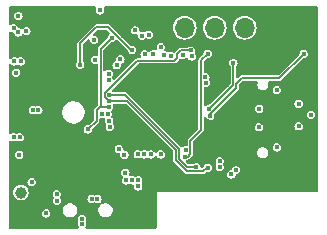
<source format=gbr>
%TF.GenerationSoftware,KiCad,Pcbnew,8.0.5*%
%TF.CreationDate,2024-11-08T04:09:32+01:00*%
%TF.ProjectId,hardware v4 pro max,68617264-7761-4726-9520-76342070726f,rev?*%
%TF.SameCoordinates,Original*%
%TF.FileFunction,Copper,L4,Inr*%
%TF.FilePolarity,Positive*%
%FSLAX46Y46*%
G04 Gerber Fmt 4.6, Leading zero omitted, Abs format (unit mm)*
G04 Created by KiCad (PCBNEW 8.0.5) date 2024-11-08 04:09:32*
%MOMM*%
%LPD*%
G01*
G04 APERTURE LIST*
%TA.AperFunction,ComponentPad*%
%ADD10R,1.700000X1.700000*%
%TD*%
%TA.AperFunction,ComponentPad*%
%ADD11O,1.700000X1.700000*%
%TD*%
%TA.AperFunction,ComponentPad*%
%ADD12C,1.000000*%
%TD*%
%TA.AperFunction,ComponentPad*%
%ADD13O,1.800000X1.000000*%
%TD*%
%TA.AperFunction,ComponentPad*%
%ADD14O,2.100000X1.000000*%
%TD*%
%TA.AperFunction,ViaPad*%
%ADD15C,0.400000*%
%TD*%
%TA.AperFunction,Conductor*%
%ADD16C,0.150000*%
%TD*%
G04 APERTURE END LIST*
D10*
%TO.N,GND*%
%TO.C,J3*%
X148570000Y-92965000D03*
D11*
%TO.N,+3.3V*%
X146030000Y-92965000D03*
%TO.N,OLED_SCL*%
X143490000Y-92965000D03*
%TO.N,OLED_SDA*%
X140950000Y-92965000D03*
%TD*%
D12*
%TO.N,GND*%
%TO.C,TP1*%
X127050000Y-108950000D03*
%TD*%
%TO.N,BAT+*%
%TO.C,TP2*%
X127090000Y-106930000D03*
%TD*%
D13*
%TO.N,GND*%
%TO.C,J4*%
X151245000Y-96350000D03*
D14*
X147065000Y-96350000D03*
D13*
X151245000Y-104990000D03*
D14*
X147065000Y-104990000D03*
%TD*%
D15*
%TO.N,Net-(BT1-+)*%
X126950000Y-103730000D03*
%TO.N,GNDGPS*%
X128100000Y-99940000D03*
X126460000Y-102240000D03*
X126990000Y-102240000D03*
X128570000Y-99940000D03*
%TO.N,GND*%
X136350000Y-94160000D03*
X130300000Y-98220000D03*
X150430000Y-98280000D03*
X149090000Y-105540000D03*
X128300000Y-107850000D03*
X136130000Y-102000000D03*
X138350000Y-96890000D03*
X143220000Y-106520000D03*
X149930000Y-103260000D03*
X145260000Y-106520000D03*
X137360000Y-99160000D03*
X137100000Y-94670000D03*
X127780000Y-109600000D03*
X140670000Y-106520000D03*
X151380000Y-106520000D03*
X137450000Y-104820000D03*
X147060000Y-94160000D03*
X129130000Y-101880000D03*
X130030000Y-100950000D03*
X130180000Y-95610000D03*
X133890000Y-103780000D03*
X132880000Y-97160000D03*
X143160000Y-101250000D03*
X142200000Y-106520000D03*
X129820000Y-94635000D03*
X138710000Y-106550000D03*
X138050000Y-104340000D03*
X140570000Y-101920000D03*
X133380000Y-94600000D03*
X126350000Y-109660000D03*
X143000000Y-102920000D03*
X139370000Y-96870000D03*
X138900000Y-91580000D03*
X149340000Y-106520000D03*
X129800000Y-93790000D03*
X132460000Y-100920000D03*
X128710000Y-93790000D03*
X141150000Y-100950000D03*
X138270000Y-106990000D03*
X130330000Y-105260000D03*
X145650000Y-96580000D03*
X151160000Y-103200000D03*
X148640000Y-91490000D03*
X141140000Y-101910000D03*
X136080000Y-108230000D03*
X127950000Y-93890000D03*
X126320000Y-108020000D03*
X133340000Y-105670000D03*
X132400000Y-91890000D03*
X144680000Y-91590000D03*
X133300000Y-102380000D03*
X147810000Y-106520000D03*
X150330000Y-102310000D03*
X138270000Y-109030000D03*
X140090000Y-94190000D03*
X147710000Y-98490000D03*
X148320000Y-106520000D03*
X148830000Y-106520000D03*
X138630000Y-93270000D03*
X142180000Y-95280000D03*
X142710000Y-106520000D03*
X131220000Y-96450000D03*
X147680000Y-102870000D03*
X146790000Y-106520000D03*
X149130000Y-102280000D03*
X150360000Y-106520000D03*
X129140000Y-100990000D03*
X142190000Y-91570000D03*
X140140000Y-98080000D03*
X138270000Y-107500000D03*
X151440000Y-97360000D03*
X131280000Y-91390000D03*
X143730000Y-106520000D03*
X130080000Y-104190000D03*
X129030000Y-104190000D03*
X144040000Y-100990000D03*
X147300000Y-106520000D03*
X150410000Y-97380000D03*
X151750000Y-103830000D03*
X149810000Y-104430000D03*
X138280000Y-98070000D03*
X134280000Y-95700000D03*
X142170000Y-93680000D03*
X144730000Y-94040000D03*
X138270000Y-108010000D03*
X129750000Y-98910000D03*
X147260000Y-91500000D03*
X130110000Y-102970000D03*
X129530000Y-97190000D03*
X141180000Y-106520000D03*
X148790000Y-95740000D03*
X151890000Y-106520000D03*
X133390000Y-104260000D03*
X131300000Y-92060000D03*
X136130000Y-97560000D03*
X134140000Y-105660000D03*
X148580000Y-94560000D03*
X133660000Y-92220000D03*
X133729834Y-93419834D03*
X141690000Y-106520000D03*
X151420000Y-98330000D03*
X144750000Y-106520000D03*
X137500000Y-109660000D03*
X131160000Y-98850000D03*
X136150000Y-100500000D03*
X138270000Y-108520000D03*
X131600000Y-97130000D03*
X138300000Y-99180000D03*
X148310000Y-101990000D03*
X130100000Y-101850000D03*
X132060000Y-103400000D03*
X133350000Y-106610000D03*
X131190000Y-95500000D03*
X138860000Y-92440000D03*
X149850000Y-106520000D03*
X142280000Y-102910000D03*
X144509834Y-97819834D03*
X133360000Y-99280000D03*
X131150000Y-101820000D03*
X144240000Y-106520000D03*
X137430000Y-96900000D03*
X131100000Y-103420000D03*
X149920000Y-92770000D03*
X138270000Y-109540000D03*
X128400000Y-108690000D03*
X139270000Y-106560000D03*
X129130000Y-103010000D03*
X150990000Y-94360000D03*
X149930000Y-95390000D03*
X139380000Y-94050000D03*
X150870000Y-106520000D03*
X135720000Y-93630000D03*
X151640000Y-102310000D03*
X141150000Y-98100000D03*
X143960000Y-94870000D03*
X146280000Y-106520000D03*
X134100000Y-106620000D03*
X137580000Y-101880000D03*
X137110000Y-107710000D03*
X132840000Y-100330000D03*
X145770000Y-106520000D03*
X143440000Y-91560000D03*
X131980000Y-93300000D03*
%TO.N,+3.3V*%
X136520275Y-105883344D03*
X136020388Y-105894068D03*
X127060000Y-95820000D03*
X127549196Y-93250066D03*
X135510000Y-95650000D03*
X135190000Y-96140000D03*
X136750000Y-93180000D03*
X142710000Y-97160000D03*
X143920000Y-104260000D03*
X133960000Y-100270000D03*
X141024490Y-103355427D03*
X143920000Y-104770000D03*
X126680000Y-96780000D03*
X133290000Y-94010000D03*
X126540000Y-95820000D03*
X142720000Y-97620000D03*
X138930000Y-103690000D03*
X137020000Y-106400000D03*
X139780013Y-95341573D03*
X134450000Y-100260000D03*
X137020000Y-105899997D03*
%TO.N,vusb*%
X132260000Y-109150000D03*
X132280000Y-109570000D03*
X145300000Y-105010000D03*
X151650000Y-100330000D03*
X144915000Y-105395000D03*
%TO.N,Net-(SW1-B)*%
X133070000Y-107460000D03*
X133570000Y-107460000D03*
%TO.N,B2*%
X134520000Y-96860000D03*
%TO.N,B1*%
X134510000Y-97430000D03*
%TO.N,Net-(U1-NRST)*%
X134800000Y-93800000D03*
X132750000Y-101580000D03*
X134539999Y-99667215D03*
%TO.N,SPI_MOSi*%
X126460000Y-93020000D03*
X137557500Y-95220000D03*
%TO.N,SPI_SCK*%
X126860000Y-93370000D03*
X134611802Y-101361317D03*
%TO.N,SPI_MISO*%
X136990000Y-103680000D03*
X133360000Y-95680000D03*
%TO.N,SPI_CS*%
X132100000Y-96100000D03*
X136500000Y-94865000D03*
%TO.N,COMPASSDA*%
X142900000Y-104810000D03*
X141478477Y-94897064D03*
X134562492Y-99163252D03*
%TO.N,COMPASSCL*%
X141940251Y-104764958D03*
X134579999Y-98652671D03*
%TO.N,USART_RX*%
X140941084Y-103890141D03*
X142900000Y-95170000D03*
%TO.N,USART_TX*%
X138100000Y-103700000D03*
%TO.N,OLED_SCL*%
X137530000Y-103700000D03*
%TO.N,Net-(J4-CC2)*%
X148760000Y-103100000D03*
%TO.N,Net-(J4-D--PadA7)*%
X147270000Y-99830000D03*
%TO.N,Net-(J4-D+-PadA6)*%
X147240000Y-101400000D03*
%TO.N,Net-(J4-CC1)*%
X148750000Y-98240000D03*
%TO.N,Net-(PA1010D1-RX)*%
X135930000Y-105230000D03*
%TO.N,Net-(PA1010D1-TX)*%
X135850000Y-103720000D03*
%TO.N,ALIMGPS*%
X127990000Y-106030000D03*
X134565416Y-100863471D03*
%TO.N,Net-(R10-Pad1)*%
X126880000Y-91970000D03*
%TO.N,Net-(U1-PA4)*%
X129220000Y-108682498D03*
X135370000Y-103230000D03*
%TO.N,BAT+*%
X130140000Y-107610000D03*
X130130000Y-107060000D03*
%TO.N,SWDIO*%
X137900000Y-93550000D03*
X138930000Y-94610000D03*
%TO.N,SWCLK*%
X137340000Y-93630000D03*
X139230000Y-95280000D03*
%TO.N,SWO*%
X133780000Y-91500000D03*
X138307500Y-95190000D03*
%TO.N,D+*%
X150595000Y-101310000D03*
X140790000Y-95283906D03*
%TO.N,D-*%
X141540000Y-95393267D03*
X150595000Y-99410000D03*
%TO.N,Net-(U1-PB0)*%
X151020000Y-95180000D03*
X143120000Y-100410000D03*
%TO.N,Net-(U1-PB1)*%
X145070000Y-95950000D03*
X143050000Y-99810000D03*
%TD*%
D16*
%TO.N,Net-(U1-NRST)*%
X133782785Y-99667215D02*
X134539999Y-99667215D01*
X133500000Y-99950000D02*
X133782785Y-99667215D01*
X134800000Y-93800000D02*
X133830000Y-94770000D01*
X133830000Y-94770000D02*
X133830000Y-99620000D01*
X133500000Y-100830000D02*
X133500000Y-99950000D01*
X133830000Y-99620000D02*
X133782785Y-99667215D01*
X132750000Y-101580000D02*
X133500000Y-100830000D01*
%TO.N,SPI_CS*%
X133464669Y-92905000D02*
X132100000Y-94269669D01*
X134464669Y-92905000D02*
X133464669Y-92905000D01*
X132100000Y-94269669D02*
X132100000Y-96100000D01*
X136424669Y-94865000D02*
X134464669Y-92905000D01*
X136500000Y-94865000D02*
X136424669Y-94865000D01*
%TO.N,COMPASSDA*%
X142830000Y-104810000D02*
X142500042Y-105139958D01*
X141166404Y-105139958D02*
X140210000Y-104183554D01*
X140622936Y-94897064D02*
X140320000Y-95200000D01*
X140210000Y-104183554D02*
X140210000Y-103303554D01*
X134204999Y-98864999D02*
X134503252Y-99163252D01*
X142500042Y-105139958D02*
X141166404Y-105139958D01*
X141478477Y-94897064D02*
X140622936Y-94897064D01*
X136069698Y-99163252D02*
X134562492Y-99163252D01*
X140085000Y-95770000D02*
X136932339Y-95770000D01*
X140320000Y-95200000D02*
X140320000Y-95535000D01*
X134503252Y-99163252D02*
X134562492Y-99163252D01*
X140320000Y-95535000D02*
X140085000Y-95770000D01*
X140210000Y-103303554D02*
X136069698Y-99163252D01*
X136932339Y-95770000D02*
X134204999Y-98497340D01*
X134204999Y-98497340D02*
X134204999Y-98864999D01*
X142900000Y-104810000D02*
X142830000Y-104810000D01*
%TO.N,COMPASSCL*%
X135570000Y-98660000D02*
X135562671Y-98652671D01*
X135562671Y-98652671D02*
X134579999Y-98652671D01*
X140460000Y-103200000D02*
X135920000Y-98660000D01*
X141144958Y-104764958D02*
X140460000Y-104080000D01*
X140460000Y-104080000D02*
X140460000Y-103200000D01*
X135920000Y-98660000D02*
X135570000Y-98660000D01*
X141940251Y-104764958D02*
X141144958Y-104764958D01*
%TO.N,USART_RX*%
X141220190Y-103890141D02*
X141420000Y-103690331D01*
X142335000Y-101615000D02*
X142335000Y-95735000D01*
X141420000Y-103690331D02*
X141420000Y-102530000D01*
X140941084Y-103890141D02*
X141220190Y-103890141D01*
X141420000Y-102530000D02*
X142335000Y-101615000D01*
X142335000Y-95735000D02*
X142900000Y-95170000D01*
%TO.N,Net-(U1-PB0)*%
X143120000Y-100410000D02*
X143120000Y-100185000D01*
X143205331Y-100185000D02*
X145320000Y-98070331D01*
X143120000Y-100185000D02*
X143205331Y-100185000D01*
X145320000Y-98070331D02*
X145320000Y-97710000D01*
X148970000Y-97230000D02*
X151020000Y-95180000D01*
X145320000Y-97710000D02*
X145800000Y-97230000D01*
X145800000Y-97230000D02*
X148970000Y-97230000D01*
%TO.N,Net-(U1-PB1)*%
X145070000Y-97790000D02*
X145070000Y-95950000D01*
X143050000Y-99810000D02*
X145070000Y-97790000D01*
%TD*%
%TA.AperFunction,Conductor*%
%TO.N,GND*%
G36*
X133419203Y-91190185D02*
G01*
X133464958Y-91242989D01*
X133474902Y-91312147D01*
X133462649Y-91350794D01*
X133442498Y-91390341D01*
X133425131Y-91499997D01*
X133425131Y-91500002D01*
X133442498Y-91609658D01*
X133492904Y-91708585D01*
X133492909Y-91708592D01*
X133571407Y-91787090D01*
X133571410Y-91787092D01*
X133571413Y-91787095D01*
X133670339Y-91837500D01*
X133670341Y-91837501D01*
X133779998Y-91854869D01*
X133780000Y-91854869D01*
X133780002Y-91854869D01*
X133889658Y-91837501D01*
X133889659Y-91837500D01*
X133889661Y-91837500D01*
X133988587Y-91787095D01*
X134067095Y-91708587D01*
X134117500Y-91609661D01*
X134117500Y-91609659D01*
X134117501Y-91609658D01*
X134134869Y-91500002D01*
X134134869Y-91499997D01*
X134117501Y-91390341D01*
X134097351Y-91350794D01*
X134084455Y-91282125D01*
X134110732Y-91217384D01*
X134167839Y-91177128D01*
X134207836Y-91170500D01*
X152125500Y-91170500D01*
X152192539Y-91190185D01*
X152238294Y-91242989D01*
X152249500Y-91294500D01*
X152249500Y-100298970D01*
X152240963Y-100328041D01*
X152248477Y-100345136D01*
X152249500Y-100361029D01*
X152249500Y-106726000D01*
X152229815Y-106793039D01*
X152177011Y-106838794D01*
X152125500Y-106850000D01*
X145171362Y-106850000D01*
X145137306Y-106840000D01*
X145110000Y-106840000D01*
X138570000Y-106840000D01*
X138570000Y-109845500D01*
X138550315Y-109912539D01*
X138497511Y-109958294D01*
X138446000Y-109969500D01*
X132671752Y-109969500D01*
X132604713Y-109949815D01*
X132558958Y-109897011D01*
X132549014Y-109827853D01*
X132564996Y-109788471D01*
X132562664Y-109787283D01*
X132567095Y-109778587D01*
X132617500Y-109679661D01*
X132617500Y-109679659D01*
X132617501Y-109679658D01*
X132634869Y-109570002D01*
X132634869Y-109569997D01*
X132617501Y-109460343D01*
X132617500Y-109460341D01*
X132617500Y-109460339D01*
X132585056Y-109396664D01*
X132572161Y-109327999D01*
X132585056Y-109284081D01*
X132597500Y-109259661D01*
X132614869Y-109150000D01*
X132614869Y-109149997D01*
X132597501Y-109040341D01*
X132586117Y-109017999D01*
X132547095Y-108941413D01*
X132547092Y-108941410D01*
X132547090Y-108941407D01*
X132468592Y-108862909D01*
X132468588Y-108862906D01*
X132468587Y-108862905D01*
X132464743Y-108860946D01*
X132369658Y-108812498D01*
X132260002Y-108795131D01*
X132259998Y-108795131D01*
X132150341Y-108812498D01*
X132051414Y-108862904D01*
X132051407Y-108862909D01*
X131972909Y-108941407D01*
X131972904Y-108941414D01*
X131922498Y-109040341D01*
X131905131Y-109149997D01*
X131905131Y-109150002D01*
X131922498Y-109259658D01*
X131954942Y-109323332D01*
X131967838Y-109392001D01*
X131954942Y-109435920D01*
X131942498Y-109460341D01*
X131925131Y-109569997D01*
X131925131Y-109570002D01*
X131942498Y-109679658D01*
X131997336Y-109787283D01*
X131994344Y-109788807D01*
X132012046Y-109838427D01*
X131996218Y-109906480D01*
X131946109Y-109955172D01*
X131888248Y-109969500D01*
X126174500Y-109969500D01*
X126107461Y-109949815D01*
X126061706Y-109897011D01*
X126050500Y-109845500D01*
X126050500Y-108682495D01*
X128865131Y-108682495D01*
X128865131Y-108682500D01*
X128882498Y-108792156D01*
X128932904Y-108891083D01*
X128932909Y-108891090D01*
X129011407Y-108969588D01*
X129011410Y-108969590D01*
X129011413Y-108969593D01*
X129106416Y-109017999D01*
X129110341Y-109019999D01*
X129219998Y-109037367D01*
X129220000Y-109037367D01*
X129220002Y-109037367D01*
X129329658Y-109019999D01*
X129329659Y-109019998D01*
X129329661Y-109019998D01*
X129428587Y-108969593D01*
X129507095Y-108891085D01*
X129557500Y-108792159D01*
X129557500Y-108792157D01*
X129557501Y-108792156D01*
X129574869Y-108682500D01*
X129574869Y-108682495D01*
X129557501Y-108572839D01*
X129557500Y-108572837D01*
X129507095Y-108473911D01*
X129507092Y-108473908D01*
X129507090Y-108473905D01*
X129428592Y-108395407D01*
X129428588Y-108395404D01*
X129428587Y-108395403D01*
X129424743Y-108393444D01*
X129329658Y-108344996D01*
X129288282Y-108338443D01*
X130644500Y-108338443D01*
X130644500Y-108496556D01*
X130685423Y-108649283D01*
X130685426Y-108649290D01*
X130764475Y-108786209D01*
X130764479Y-108786214D01*
X130764480Y-108786216D01*
X130876284Y-108898020D01*
X130876286Y-108898021D01*
X130876290Y-108898024D01*
X131000253Y-108969593D01*
X131013216Y-108977077D01*
X131165943Y-109018000D01*
X131165945Y-109018000D01*
X131324055Y-109018000D01*
X131324057Y-109018000D01*
X131476784Y-108977077D01*
X131613716Y-108898020D01*
X131725520Y-108786216D01*
X131804577Y-108649284D01*
X131845500Y-108496557D01*
X131845500Y-108338443D01*
X131804577Y-108185716D01*
X131804573Y-108185709D01*
X131725524Y-108048790D01*
X131725518Y-108048782D01*
X131613717Y-107936981D01*
X131613709Y-107936975D01*
X131476790Y-107857926D01*
X131476786Y-107857924D01*
X131476784Y-107857923D01*
X131324057Y-107817000D01*
X131165943Y-107817000D01*
X131013216Y-107857923D01*
X131013209Y-107857926D01*
X130876290Y-107936975D01*
X130876282Y-107936981D01*
X130764481Y-108048782D01*
X130764475Y-108048790D01*
X130685426Y-108185709D01*
X130685423Y-108185716D01*
X130644500Y-108338443D01*
X129288282Y-108338443D01*
X129220002Y-108327629D01*
X129219998Y-108327629D01*
X129110341Y-108344996D01*
X129011414Y-108395402D01*
X129011407Y-108395407D01*
X128932909Y-108473905D01*
X128932904Y-108473912D01*
X128882498Y-108572839D01*
X128865131Y-108682495D01*
X126050500Y-108682495D01*
X126050500Y-106929999D01*
X126434722Y-106929999D01*
X126434722Y-106930000D01*
X126453762Y-107086818D01*
X126502117Y-107214318D01*
X126509780Y-107234523D01*
X126599517Y-107364530D01*
X126717760Y-107469283D01*
X126717762Y-107469284D01*
X126857634Y-107542696D01*
X127011014Y-107580500D01*
X127011015Y-107580500D01*
X127168985Y-107580500D01*
X127322365Y-107542696D01*
X127462240Y-107469283D01*
X127580483Y-107364530D01*
X127670220Y-107234523D01*
X127726237Y-107086818D01*
X127729494Y-107059997D01*
X129775131Y-107059997D01*
X129775131Y-107060002D01*
X129792498Y-107169658D01*
X129842903Y-107268584D01*
X129843899Y-107269954D01*
X129844593Y-107271900D01*
X129847336Y-107277283D01*
X129846640Y-107277637D01*
X129867379Y-107335761D01*
X129854066Y-107399134D01*
X129802498Y-107500341D01*
X129785131Y-107609997D01*
X129785131Y-107610002D01*
X129802498Y-107719658D01*
X129852904Y-107818585D01*
X129852909Y-107818592D01*
X129931407Y-107897090D01*
X129931410Y-107897092D01*
X129931413Y-107897095D01*
X130009692Y-107936980D01*
X130030341Y-107947501D01*
X130139998Y-107964869D01*
X130140000Y-107964869D01*
X130140002Y-107964869D01*
X130249658Y-107947501D01*
X130249659Y-107947500D01*
X130249661Y-107947500D01*
X130348587Y-107897095D01*
X130427095Y-107818587D01*
X130477500Y-107719661D01*
X130477500Y-107719659D01*
X130477501Y-107719658D01*
X130494869Y-107610002D01*
X130494869Y-107609997D01*
X130477501Y-107500341D01*
X130456945Y-107459997D01*
X132715131Y-107459997D01*
X132715131Y-107460002D01*
X132732498Y-107569658D01*
X132782904Y-107668585D01*
X132782909Y-107668592D01*
X132861407Y-107747090D01*
X132861410Y-107747092D01*
X132861413Y-107747095D01*
X132876292Y-107754676D01*
X132960341Y-107797501D01*
X133069998Y-107814869D01*
X133070000Y-107814869D01*
X133070002Y-107814869D01*
X133179656Y-107797501D01*
X133179656Y-107797500D01*
X133179661Y-107797500D01*
X133263710Y-107754675D01*
X133332374Y-107741780D01*
X133376287Y-107754673D01*
X133460339Y-107797500D01*
X133460341Y-107797500D01*
X133460343Y-107797501D01*
X133569998Y-107814869D01*
X133570000Y-107814869D01*
X133570002Y-107814869D01*
X133629491Y-107805446D01*
X133679661Y-107797500D01*
X133679669Y-107797495D01*
X133686305Y-107795340D01*
X133756147Y-107793339D01*
X133815982Y-107829415D01*
X133846815Y-107892114D01*
X133838856Y-107961528D01*
X133812315Y-108000948D01*
X133764481Y-108048782D01*
X133764475Y-108048790D01*
X133685426Y-108185709D01*
X133685423Y-108185716D01*
X133644500Y-108338443D01*
X133644500Y-108496556D01*
X133685423Y-108649283D01*
X133685426Y-108649290D01*
X133764475Y-108786209D01*
X133764479Y-108786214D01*
X133764480Y-108786216D01*
X133876284Y-108898020D01*
X133876286Y-108898021D01*
X133876290Y-108898024D01*
X134000253Y-108969593D01*
X134013216Y-108977077D01*
X134165943Y-109018000D01*
X134165945Y-109018000D01*
X134324055Y-109018000D01*
X134324057Y-109018000D01*
X134476784Y-108977077D01*
X134613716Y-108898020D01*
X134725520Y-108786216D01*
X134804577Y-108649284D01*
X134845500Y-108496557D01*
X134845500Y-108338443D01*
X134804577Y-108185716D01*
X134804573Y-108185709D01*
X134725524Y-108048790D01*
X134725518Y-108048782D01*
X134613717Y-107936981D01*
X134613709Y-107936975D01*
X134476790Y-107857926D01*
X134476786Y-107857924D01*
X134476784Y-107857923D01*
X134324057Y-107817000D01*
X134165943Y-107817000D01*
X134013216Y-107857923D01*
X134013211Y-107857925D01*
X134011535Y-107858893D01*
X134009942Y-107859279D01*
X134005706Y-107861034D01*
X134005432Y-107860373D01*
X133943634Y-107875360D01*
X133877608Y-107852503D01*
X133834422Y-107797578D01*
X133827786Y-107728025D01*
X133853541Y-107678073D01*
X133851356Y-107676486D01*
X133857089Y-107668592D01*
X133857095Y-107668587D01*
X133907500Y-107569661D01*
X133907500Y-107569659D01*
X133907501Y-107569658D01*
X133924869Y-107460002D01*
X133924869Y-107459997D01*
X133907501Y-107350341D01*
X133897137Y-107330000D01*
X133857095Y-107251413D01*
X133857092Y-107251410D01*
X133857090Y-107251407D01*
X133778592Y-107172909D01*
X133778588Y-107172906D01*
X133778587Y-107172905D01*
X133772210Y-107169656D01*
X133679658Y-107122498D01*
X133570002Y-107105131D01*
X133569998Y-107105131D01*
X133460341Y-107122498D01*
X133376294Y-107165323D01*
X133307625Y-107178219D01*
X133263706Y-107165323D01*
X133179658Y-107122498D01*
X133070002Y-107105131D01*
X133069998Y-107105131D01*
X132960341Y-107122498D01*
X132861414Y-107172904D01*
X132861407Y-107172909D01*
X132782909Y-107251407D01*
X132782904Y-107251414D01*
X132732498Y-107350341D01*
X132715131Y-107459997D01*
X130456945Y-107459997D01*
X130427095Y-107401413D01*
X130427089Y-107401407D01*
X130426101Y-107400047D01*
X130425405Y-107398096D01*
X130422664Y-107392717D01*
X130423359Y-107392362D01*
X130402620Y-107334241D01*
X130415933Y-107270864D01*
X130417091Y-107268590D01*
X130417095Y-107268587D01*
X130467500Y-107169661D01*
X130477721Y-107105131D01*
X130484869Y-107060002D01*
X130484869Y-107059997D01*
X130467501Y-106950341D01*
X130457136Y-106929999D01*
X130417095Y-106851413D01*
X130417092Y-106851410D01*
X130417090Y-106851407D01*
X130338592Y-106772909D01*
X130338588Y-106772906D01*
X130338587Y-106772905D01*
X130303189Y-106754869D01*
X130239658Y-106722498D01*
X130130002Y-106705131D01*
X130129998Y-106705131D01*
X130020341Y-106722498D01*
X129921414Y-106772904D01*
X129921407Y-106772909D01*
X129842909Y-106851407D01*
X129842904Y-106851414D01*
X129792498Y-106950341D01*
X129775131Y-107059997D01*
X127729494Y-107059997D01*
X127745278Y-106930000D01*
X127726237Y-106773182D01*
X127726133Y-106772909D01*
X127700429Y-106705131D01*
X127670220Y-106625477D01*
X127580483Y-106495470D01*
X127462240Y-106390717D01*
X127462238Y-106390716D01*
X127462237Y-106390715D01*
X127322365Y-106317303D01*
X127168986Y-106279500D01*
X127168985Y-106279500D01*
X127011015Y-106279500D01*
X127011014Y-106279500D01*
X126857634Y-106317303D01*
X126717762Y-106390715D01*
X126599516Y-106495471D01*
X126509781Y-106625475D01*
X126509780Y-106625476D01*
X126453762Y-106773181D01*
X126434722Y-106929999D01*
X126050500Y-106929999D01*
X126050500Y-106029997D01*
X127635131Y-106029997D01*
X127635131Y-106030002D01*
X127652498Y-106139658D01*
X127702904Y-106238585D01*
X127702909Y-106238592D01*
X127781407Y-106317090D01*
X127781410Y-106317092D01*
X127781413Y-106317095D01*
X127880339Y-106367500D01*
X127880341Y-106367501D01*
X127989998Y-106384869D01*
X127990000Y-106384869D01*
X127990002Y-106384869D01*
X128099658Y-106367501D01*
X128099659Y-106367500D01*
X128099661Y-106367500D01*
X128198587Y-106317095D01*
X128277095Y-106238587D01*
X128327500Y-106139661D01*
X128327500Y-106139659D01*
X128327501Y-106139658D01*
X128344869Y-106030002D01*
X128344869Y-106029997D01*
X128327501Y-105920341D01*
X128314113Y-105894065D01*
X128277095Y-105821413D01*
X128277092Y-105821410D01*
X128277090Y-105821407D01*
X128198592Y-105742909D01*
X128198588Y-105742906D01*
X128198587Y-105742905D01*
X128178166Y-105732500D01*
X128099658Y-105692498D01*
X127990002Y-105675131D01*
X127989998Y-105675131D01*
X127880341Y-105692498D01*
X127781414Y-105742904D01*
X127781407Y-105742909D01*
X127702909Y-105821407D01*
X127702904Y-105821414D01*
X127652498Y-105920341D01*
X127635131Y-106029997D01*
X126050500Y-106029997D01*
X126050500Y-105229997D01*
X135575131Y-105229997D01*
X135575131Y-105230002D01*
X135592498Y-105339658D01*
X135642904Y-105438585D01*
X135642909Y-105438592D01*
X135724264Y-105519947D01*
X135757749Y-105581270D01*
X135752765Y-105650962D01*
X135736907Y-105680506D01*
X135733293Y-105685480D01*
X135682886Y-105784409D01*
X135665519Y-105894065D01*
X135665519Y-105894070D01*
X135682886Y-106003726D01*
X135733292Y-106102653D01*
X135733297Y-106102660D01*
X135811795Y-106181158D01*
X135811798Y-106181160D01*
X135811801Y-106181163D01*
X135861120Y-106206292D01*
X135910729Y-106231569D01*
X136020386Y-106248937D01*
X136020388Y-106248937D01*
X136020390Y-106248937D01*
X136130044Y-106231569D01*
X136130044Y-106231568D01*
X136130049Y-106231568D01*
X136224564Y-106183410D01*
X136293229Y-106170515D01*
X136337143Y-106183409D01*
X136410614Y-106220844D01*
X136410616Y-106220844D01*
X136410618Y-106220845D01*
X136465444Y-106229528D01*
X136520275Y-106238213D01*
X136526566Y-106237216D01*
X136595857Y-106246166D01*
X136649312Y-106291159D01*
X136669956Y-106357909D01*
X136668443Y-106379081D01*
X136665131Y-106399996D01*
X136665131Y-106400002D01*
X136682498Y-106509658D01*
X136732904Y-106608585D01*
X136732909Y-106608592D01*
X136811407Y-106687090D01*
X136811410Y-106687092D01*
X136811413Y-106687095D01*
X136880896Y-106722498D01*
X136910341Y-106737501D01*
X137019998Y-106754869D01*
X137020000Y-106754869D01*
X137020002Y-106754869D01*
X137129658Y-106737501D01*
X137129659Y-106737500D01*
X137129661Y-106737500D01*
X137228587Y-106687095D01*
X137307095Y-106608587D01*
X137357500Y-106509661D01*
X137357500Y-106509659D01*
X137357501Y-106509658D01*
X137374869Y-106400002D01*
X137374869Y-106399997D01*
X137357501Y-106290341D01*
X137314676Y-106206292D01*
X137301780Y-106137623D01*
X137314674Y-106093708D01*
X137357500Y-106009658D01*
X137374869Y-105899997D01*
X137374869Y-105899994D01*
X137357501Y-105790338D01*
X137333332Y-105742904D01*
X137307095Y-105691410D01*
X137307092Y-105691407D01*
X137307090Y-105691404D01*
X137228592Y-105612906D01*
X137228588Y-105612903D01*
X137228587Y-105612902D01*
X137210301Y-105603585D01*
X137129658Y-105562495D01*
X137020002Y-105545128D01*
X137019998Y-105545128D01*
X136910341Y-105562495D01*
X136842773Y-105596923D01*
X136774103Y-105609819D01*
X136730185Y-105596923D01*
X136629933Y-105545842D01*
X136520277Y-105528475D01*
X136520273Y-105528475D01*
X136410615Y-105545843D01*
X136401338Y-105548858D01*
X136400471Y-105546192D01*
X136346773Y-105556269D01*
X136282037Y-105529984D01*
X136241788Y-105472872D01*
X136238805Y-105403066D01*
X136241815Y-105394997D01*
X144560131Y-105394997D01*
X144560131Y-105395002D01*
X144577498Y-105504658D01*
X144627904Y-105603585D01*
X144627909Y-105603592D01*
X144706407Y-105682090D01*
X144706410Y-105682092D01*
X144706413Y-105682095D01*
X144805339Y-105732500D01*
X144805341Y-105732501D01*
X144914998Y-105749869D01*
X144915000Y-105749869D01*
X144915002Y-105749869D01*
X145024658Y-105732501D01*
X145024659Y-105732500D01*
X145024661Y-105732500D01*
X145123587Y-105682095D01*
X145202095Y-105603587D01*
X145252500Y-105504661D01*
X145259895Y-105457968D01*
X145289823Y-105394837D01*
X145349134Y-105357905D01*
X145362955Y-105354897D01*
X145409661Y-105347500D01*
X145508587Y-105297095D01*
X145587095Y-105218587D01*
X145637500Y-105119661D01*
X145637500Y-105119659D01*
X145637501Y-105119658D01*
X145654869Y-105010002D01*
X145654869Y-105009997D01*
X145637501Y-104900341D01*
X145626964Y-104879661D01*
X145587095Y-104801413D01*
X145587092Y-104801410D01*
X145587090Y-104801407D01*
X145508592Y-104722909D01*
X145508588Y-104722906D01*
X145508587Y-104722905D01*
X145504743Y-104720946D01*
X145409658Y-104672498D01*
X145300002Y-104655131D01*
X145299998Y-104655131D01*
X145190341Y-104672498D01*
X145091414Y-104722904D01*
X145091407Y-104722909D01*
X145012909Y-104801407D01*
X145012904Y-104801414D01*
X144962499Y-104900341D01*
X144955104Y-104947030D01*
X144925174Y-105010164D01*
X144865863Y-105047095D01*
X144852030Y-105050104D01*
X144805341Y-105057499D01*
X144706414Y-105107904D01*
X144706407Y-105107909D01*
X144627909Y-105186407D01*
X144627904Y-105186414D01*
X144577498Y-105285341D01*
X144560131Y-105394997D01*
X136241815Y-105394997D01*
X136248678Y-105376599D01*
X136267500Y-105339661D01*
X136280019Y-105260626D01*
X136284869Y-105230002D01*
X136284869Y-105229997D01*
X136267501Y-105120341D01*
X136235482Y-105057500D01*
X136217095Y-105021413D01*
X136217092Y-105021410D01*
X136217090Y-105021407D01*
X136138592Y-104942909D01*
X136138588Y-104942906D01*
X136138587Y-104942905D01*
X136092962Y-104919658D01*
X136039658Y-104892498D01*
X135930002Y-104875131D01*
X135929998Y-104875131D01*
X135820341Y-104892498D01*
X135721414Y-104942904D01*
X135721407Y-104942909D01*
X135642909Y-105021407D01*
X135642904Y-105021414D01*
X135592498Y-105120341D01*
X135575131Y-105229997D01*
X126050500Y-105229997D01*
X126050500Y-103729997D01*
X126595131Y-103729997D01*
X126595131Y-103730002D01*
X126612498Y-103839658D01*
X126662904Y-103938585D01*
X126662909Y-103938592D01*
X126741407Y-104017090D01*
X126741410Y-104017092D01*
X126741413Y-104017095D01*
X126815549Y-104054869D01*
X126840341Y-104067501D01*
X126949998Y-104084869D01*
X126950000Y-104084869D01*
X126950002Y-104084869D01*
X127059658Y-104067501D01*
X127059659Y-104067500D01*
X127059661Y-104067500D01*
X127158587Y-104017095D01*
X127237095Y-103938587D01*
X127287500Y-103839661D01*
X127287500Y-103839659D01*
X127287501Y-103839658D01*
X127304869Y-103730002D01*
X127304869Y-103729997D01*
X127287501Y-103620341D01*
X127270205Y-103586396D01*
X127237095Y-103521413D01*
X127237092Y-103521410D01*
X127237090Y-103521407D01*
X127158592Y-103442909D01*
X127158588Y-103442906D01*
X127158587Y-103442905D01*
X127150112Y-103438587D01*
X127059658Y-103392498D01*
X126950002Y-103375131D01*
X126949998Y-103375131D01*
X126840341Y-103392498D01*
X126741414Y-103442904D01*
X126741407Y-103442909D01*
X126662909Y-103521407D01*
X126662904Y-103521414D01*
X126612498Y-103620341D01*
X126595131Y-103729997D01*
X126050500Y-103729997D01*
X126050500Y-103229997D01*
X135015131Y-103229997D01*
X135015131Y-103230002D01*
X135032498Y-103339658D01*
X135082904Y-103438585D01*
X135082909Y-103438592D01*
X135161407Y-103517090D01*
X135161410Y-103517092D01*
X135161413Y-103517095D01*
X135253497Y-103564014D01*
X135260341Y-103567501D01*
X135369998Y-103584869D01*
X135371348Y-103584869D01*
X135372928Y-103585333D01*
X135379639Y-103586396D01*
X135379501Y-103587263D01*
X135438387Y-103604554D01*
X135484142Y-103657358D01*
X135491746Y-103710241D01*
X135495131Y-103710241D01*
X135495131Y-103720002D01*
X135512498Y-103829658D01*
X135562904Y-103928585D01*
X135562909Y-103928592D01*
X135641407Y-104007090D01*
X135641410Y-104007092D01*
X135641413Y-104007095D01*
X135735175Y-104054869D01*
X135740341Y-104057501D01*
X135849998Y-104074869D01*
X135850000Y-104074869D01*
X135850002Y-104074869D01*
X135959658Y-104057501D01*
X135959659Y-104057500D01*
X135959661Y-104057500D01*
X136058587Y-104007095D01*
X136137095Y-103928587D01*
X136187500Y-103829661D01*
X136187500Y-103829659D01*
X136187501Y-103829658D01*
X136204869Y-103720002D01*
X136204869Y-103719997D01*
X136198534Y-103679997D01*
X136635131Y-103679997D01*
X136635131Y-103680002D01*
X136652498Y-103789658D01*
X136702904Y-103888585D01*
X136702909Y-103888592D01*
X136781407Y-103967090D01*
X136781410Y-103967092D01*
X136781413Y-103967095D01*
X136859908Y-104007090D01*
X136880341Y-104017501D01*
X136989998Y-104034869D01*
X136990000Y-104034869D01*
X136990002Y-104034869D01*
X137099656Y-104017501D01*
X137099656Y-104017500D01*
X137099661Y-104017500D01*
X137186898Y-103973050D01*
X137255566Y-103960155D01*
X137316073Y-103983216D01*
X137321409Y-103987093D01*
X137420341Y-104037501D01*
X137529998Y-104054869D01*
X137530000Y-104054869D01*
X137530002Y-104054869D01*
X137639658Y-104037501D01*
X137639659Y-104037500D01*
X137639661Y-104037500D01*
X137738587Y-103987095D01*
X137738590Y-103987091D01*
X137742116Y-103984531D01*
X137747129Y-103982742D01*
X137747283Y-103982664D01*
X137747293Y-103982683D01*
X137807923Y-103961052D01*
X137875977Y-103976879D01*
X137887884Y-103984531D01*
X137891411Y-103987093D01*
X137891413Y-103987095D01*
X137970713Y-104027500D01*
X137990341Y-104037501D01*
X138099998Y-104054869D01*
X138100000Y-104054869D01*
X138100002Y-104054869D01*
X138209658Y-104037501D01*
X138209659Y-104037500D01*
X138209661Y-104037500D01*
X138308587Y-103987095D01*
X138387095Y-103908587D01*
X138407064Y-103869394D01*
X138455035Y-103818601D01*
X138522855Y-103801805D01*
X138588991Y-103824341D01*
X138628030Y-103869394D01*
X138642905Y-103898587D01*
X138642907Y-103898589D01*
X138642909Y-103898592D01*
X138721407Y-103977090D01*
X138721410Y-103977092D01*
X138721413Y-103977095D01*
X138780282Y-104007090D01*
X138820341Y-104027501D01*
X138929998Y-104044869D01*
X138930000Y-104044869D01*
X138930002Y-104044869D01*
X139039658Y-104027501D01*
X139039659Y-104027500D01*
X139039661Y-104027500D01*
X139138587Y-103977095D01*
X139217095Y-103898587D01*
X139267500Y-103799661D01*
X139267500Y-103799659D01*
X139267501Y-103799658D01*
X139284869Y-103690002D01*
X139284869Y-103689997D01*
X139267501Y-103580341D01*
X139259182Y-103564014D01*
X139217095Y-103481413D01*
X139217092Y-103481410D01*
X139217090Y-103481407D01*
X139138592Y-103402909D01*
X139138588Y-103402906D01*
X139138587Y-103402905D01*
X139098536Y-103382498D01*
X139039658Y-103352498D01*
X138930002Y-103335131D01*
X138929998Y-103335131D01*
X138820341Y-103352498D01*
X138721414Y-103402904D01*
X138721407Y-103402909D01*
X138642909Y-103481407D01*
X138642904Y-103481414D01*
X138622936Y-103520604D01*
X138574962Y-103571399D01*
X138507141Y-103588194D01*
X138441006Y-103565656D01*
X138401967Y-103520602D01*
X138400180Y-103517095D01*
X138387095Y-103491413D01*
X138387090Y-103491407D01*
X138308592Y-103412909D01*
X138308588Y-103412906D01*
X138308587Y-103412905D01*
X138276948Y-103396784D01*
X138209658Y-103362498D01*
X138100002Y-103345131D01*
X138099998Y-103345131D01*
X137990341Y-103362498D01*
X137891412Y-103412905D01*
X137887878Y-103415473D01*
X137882861Y-103417262D01*
X137882717Y-103417336D01*
X137882707Y-103417317D01*
X137822070Y-103438947D01*
X137754017Y-103423117D01*
X137742122Y-103415473D01*
X137738587Y-103412905D01*
X137639658Y-103362498D01*
X137530002Y-103345131D01*
X137529998Y-103345131D01*
X137420342Y-103362498D01*
X137333101Y-103406949D01*
X137264432Y-103419844D01*
X137203927Y-103396784D01*
X137198589Y-103392906D01*
X137099658Y-103342498D01*
X136990002Y-103325131D01*
X136989998Y-103325131D01*
X136880341Y-103342498D01*
X136781414Y-103392904D01*
X136781407Y-103392909D01*
X136702909Y-103471407D01*
X136702904Y-103471414D01*
X136652498Y-103570341D01*
X136635131Y-103679997D01*
X136198534Y-103679997D01*
X136187501Y-103610341D01*
X136183784Y-103603046D01*
X136137095Y-103511413D01*
X136137092Y-103511410D01*
X136137090Y-103511407D01*
X136058592Y-103432909D01*
X136058588Y-103432906D01*
X136058587Y-103432905D01*
X136024375Y-103415473D01*
X135959658Y-103382498D01*
X135850002Y-103365131D01*
X135848652Y-103365131D01*
X135847071Y-103364666D01*
X135840361Y-103363604D01*
X135840498Y-103362736D01*
X135781613Y-103345446D01*
X135735858Y-103292642D01*
X135728254Y-103239759D01*
X135724869Y-103239759D01*
X135724869Y-103229997D01*
X135707501Y-103120341D01*
X135683005Y-103072265D01*
X135657095Y-103021413D01*
X135657092Y-103021410D01*
X135657090Y-103021407D01*
X135578592Y-102942909D01*
X135578588Y-102942906D01*
X135578587Y-102942905D01*
X135574743Y-102940946D01*
X135479658Y-102892498D01*
X135370002Y-102875131D01*
X135369998Y-102875131D01*
X135260341Y-102892498D01*
X135161414Y-102942904D01*
X135161407Y-102942909D01*
X135082909Y-103021407D01*
X135082904Y-103021414D01*
X135032498Y-103120341D01*
X135015131Y-103229997D01*
X126050500Y-103229997D01*
X126050500Y-102624487D01*
X126070185Y-102557448D01*
X126122989Y-102511693D01*
X126192147Y-102501749D01*
X126247382Y-102524167D01*
X126251409Y-102527093D01*
X126350341Y-102577501D01*
X126459998Y-102594869D01*
X126460000Y-102594869D01*
X126460002Y-102594869D01*
X126569656Y-102577501D01*
X126569656Y-102577500D01*
X126569661Y-102577500D01*
X126668587Y-102527095D01*
X126668588Y-102527093D01*
X126668705Y-102527034D01*
X126737375Y-102514138D01*
X126781295Y-102527034D01*
X126781411Y-102527093D01*
X126781413Y-102527095D01*
X126880339Y-102577500D01*
X126880341Y-102577500D01*
X126880343Y-102577501D01*
X126989998Y-102594869D01*
X126990000Y-102594869D01*
X126990002Y-102594869D01*
X127099658Y-102577501D01*
X127099659Y-102577500D01*
X127099661Y-102577500D01*
X127198587Y-102527095D01*
X127277095Y-102448587D01*
X127327500Y-102349661D01*
X127327500Y-102349659D01*
X127327501Y-102349658D01*
X127344869Y-102240002D01*
X127344869Y-102239997D01*
X127327501Y-102130341D01*
X127327500Y-102130339D01*
X127277095Y-102031413D01*
X127277092Y-102031410D01*
X127277090Y-102031407D01*
X127198592Y-101952909D01*
X127198588Y-101952906D01*
X127198587Y-101952905D01*
X127163189Y-101934869D01*
X127099658Y-101902498D01*
X126990002Y-101885131D01*
X126989998Y-101885131D01*
X126880341Y-101902498D01*
X126781294Y-101952965D01*
X126712624Y-101965861D01*
X126668706Y-101952965D01*
X126569658Y-101902498D01*
X126460002Y-101885131D01*
X126459998Y-101885131D01*
X126350341Y-101902498D01*
X126251408Y-101952907D01*
X126247377Y-101955836D01*
X126181568Y-101979310D01*
X126113516Y-101963479D01*
X126064825Y-101913369D01*
X126050500Y-101855512D01*
X126050500Y-99939997D01*
X127745131Y-99939997D01*
X127745131Y-99940002D01*
X127762498Y-100049658D01*
X127812904Y-100148585D01*
X127812909Y-100148592D01*
X127891407Y-100227090D01*
X127891410Y-100227092D01*
X127891413Y-100227095D01*
X127955993Y-100260000D01*
X127990341Y-100277501D01*
X128099998Y-100294869D01*
X128100000Y-100294869D01*
X128100002Y-100294869D01*
X128209656Y-100277501D01*
X128209656Y-100277500D01*
X128209661Y-100277500D01*
X128278709Y-100242318D01*
X128347374Y-100229423D01*
X128391287Y-100242316D01*
X128460339Y-100277500D01*
X128460341Y-100277500D01*
X128460343Y-100277501D01*
X128569998Y-100294869D01*
X128570000Y-100294869D01*
X128570002Y-100294869D01*
X128679658Y-100277501D01*
X128679659Y-100277500D01*
X128679661Y-100277500D01*
X128778587Y-100227095D01*
X128857095Y-100148587D01*
X128907500Y-100049661D01*
X128907500Y-100049659D01*
X128907501Y-100049658D01*
X128909604Y-100036379D01*
X130579500Y-100036379D01*
X130579500Y-100223620D01*
X130616025Y-100407243D01*
X130616027Y-100407251D01*
X130687676Y-100580228D01*
X130687681Y-100580237D01*
X130791697Y-100735907D01*
X130791700Y-100735911D01*
X130924088Y-100868299D01*
X130924092Y-100868302D01*
X131079762Y-100972318D01*
X131079771Y-100972323D01*
X131118956Y-100988554D01*
X131252749Y-101043973D01*
X131393933Y-101072056D01*
X131436379Y-101080499D01*
X131436383Y-101080500D01*
X131436384Y-101080500D01*
X131623617Y-101080500D01*
X131623618Y-101080499D01*
X131807251Y-101043973D01*
X131980231Y-100972322D01*
X132135908Y-100868302D01*
X132268302Y-100735908D01*
X132372322Y-100580231D01*
X132443973Y-100407251D01*
X132480500Y-100223616D01*
X132480500Y-100036384D01*
X132443973Y-99852749D01*
X132372322Y-99679769D01*
X132372321Y-99679768D01*
X132372318Y-99679762D01*
X132268302Y-99524092D01*
X132268299Y-99524088D01*
X132135911Y-99391700D01*
X132135907Y-99391697D01*
X131980237Y-99287681D01*
X131980228Y-99287676D01*
X131807251Y-99216027D01*
X131807243Y-99216025D01*
X131623620Y-99179500D01*
X131623616Y-99179500D01*
X131436384Y-99179500D01*
X131436379Y-99179500D01*
X131252756Y-99216025D01*
X131252748Y-99216027D01*
X131079771Y-99287676D01*
X131079762Y-99287681D01*
X130924092Y-99391697D01*
X130924088Y-99391700D01*
X130791700Y-99524088D01*
X130791697Y-99524092D01*
X130687681Y-99679762D01*
X130687676Y-99679771D01*
X130616027Y-99852748D01*
X130616025Y-99852756D01*
X130579500Y-100036379D01*
X128909604Y-100036379D01*
X128924869Y-99940002D01*
X128924869Y-99939997D01*
X128907501Y-99830341D01*
X128880258Y-99776873D01*
X128857095Y-99731413D01*
X128857092Y-99731410D01*
X128857090Y-99731407D01*
X128778592Y-99652909D01*
X128778588Y-99652906D01*
X128778587Y-99652905D01*
X128725039Y-99625621D01*
X128679658Y-99602498D01*
X128570002Y-99585131D01*
X128569998Y-99585131D01*
X128460341Y-99602498D01*
X128391294Y-99637680D01*
X128322625Y-99650576D01*
X128278706Y-99637680D01*
X128209658Y-99602498D01*
X128100002Y-99585131D01*
X128099998Y-99585131D01*
X127990341Y-99602498D01*
X127891414Y-99652904D01*
X127891407Y-99652909D01*
X127812909Y-99731407D01*
X127812904Y-99731414D01*
X127762498Y-99830341D01*
X127745131Y-99939997D01*
X126050500Y-99939997D01*
X126050500Y-96779997D01*
X126325131Y-96779997D01*
X126325131Y-96780002D01*
X126342498Y-96889658D01*
X126392904Y-96988585D01*
X126392909Y-96988592D01*
X126471407Y-97067090D01*
X126471410Y-97067092D01*
X126471413Y-97067095D01*
X126567850Y-97116232D01*
X126570341Y-97117501D01*
X126679998Y-97134869D01*
X126680000Y-97134869D01*
X126680002Y-97134869D01*
X126789658Y-97117501D01*
X126789659Y-97117500D01*
X126789661Y-97117500D01*
X126888587Y-97067095D01*
X126967095Y-96988587D01*
X127017500Y-96889661D01*
X127017500Y-96889659D01*
X127017501Y-96889658D01*
X127034869Y-96780002D01*
X127034869Y-96779997D01*
X127017501Y-96670341D01*
X126967855Y-96572905D01*
X126967095Y-96571413D01*
X126967092Y-96571410D01*
X126967090Y-96571407D01*
X126888592Y-96492909D01*
X126888588Y-96492906D01*
X126888587Y-96492905D01*
X126813937Y-96454869D01*
X126789658Y-96442498D01*
X126680002Y-96425131D01*
X126679998Y-96425131D01*
X126570341Y-96442498D01*
X126471414Y-96492904D01*
X126471407Y-96492909D01*
X126392909Y-96571407D01*
X126392904Y-96571414D01*
X126342498Y-96670341D01*
X126325131Y-96779997D01*
X126050500Y-96779997D01*
X126050500Y-96125545D01*
X126070185Y-96058506D01*
X126122989Y-96012751D01*
X126192147Y-96002807D01*
X126255703Y-96031832D01*
X126262181Y-96037864D01*
X126331407Y-96107090D01*
X126331410Y-96107092D01*
X126331413Y-96107095D01*
X126430339Y-96157500D01*
X126430341Y-96157501D01*
X126539998Y-96174869D01*
X126540000Y-96174869D01*
X126540002Y-96174869D01*
X126649656Y-96157501D01*
X126649656Y-96157500D01*
X126649661Y-96157500D01*
X126743709Y-96109580D01*
X126812374Y-96096685D01*
X126856288Y-96109578D01*
X126950339Y-96157500D01*
X126950341Y-96157500D01*
X126950343Y-96157501D01*
X127059998Y-96174869D01*
X127060000Y-96174869D01*
X127060002Y-96174869D01*
X127169658Y-96157501D01*
X127169659Y-96157500D01*
X127169661Y-96157500D01*
X127268587Y-96107095D01*
X127275685Y-96099997D01*
X131745131Y-96099997D01*
X131745131Y-96100002D01*
X131762498Y-96209658D01*
X131812904Y-96308585D01*
X131812909Y-96308592D01*
X131891407Y-96387090D01*
X131891410Y-96387092D01*
X131891413Y-96387095D01*
X131969908Y-96427090D01*
X131990341Y-96437501D01*
X132099998Y-96454869D01*
X132100000Y-96454869D01*
X132100002Y-96454869D01*
X132209658Y-96437501D01*
X132209659Y-96437500D01*
X132209661Y-96437500D01*
X132308587Y-96387095D01*
X132387095Y-96308587D01*
X132437500Y-96209661D01*
X132437500Y-96209659D01*
X132437501Y-96209658D01*
X132454869Y-96100002D01*
X132454869Y-96099997D01*
X132437501Y-95990341D01*
X132436053Y-95987500D01*
X132387095Y-95891413D01*
X132387092Y-95891410D01*
X132387090Y-95891407D01*
X132361819Y-95866136D01*
X132328334Y-95804813D01*
X132325500Y-95778455D01*
X132325500Y-94414436D01*
X132345185Y-94347397D01*
X132361819Y-94326755D01*
X132538623Y-94149951D01*
X132727970Y-93960603D01*
X132789291Y-93927120D01*
X132858982Y-93932104D01*
X132914916Y-93973975D01*
X132938122Y-94028888D01*
X132952498Y-94119658D01*
X133002904Y-94218585D01*
X133002909Y-94218592D01*
X133081407Y-94297090D01*
X133081410Y-94297092D01*
X133081413Y-94297095D01*
X133143946Y-94328957D01*
X133180341Y-94347501D01*
X133289998Y-94364869D01*
X133290000Y-94364869D01*
X133290002Y-94364869D01*
X133399658Y-94347501D01*
X133399659Y-94347500D01*
X133399661Y-94347500D01*
X133498587Y-94297095D01*
X133577095Y-94218587D01*
X133627500Y-94119661D01*
X133627500Y-94119659D01*
X133627501Y-94119658D01*
X133644869Y-94010002D01*
X133644869Y-94009997D01*
X133627501Y-93900341D01*
X133627500Y-93900339D01*
X133577095Y-93801413D01*
X133577092Y-93801410D01*
X133577090Y-93801407D01*
X133498592Y-93722909D01*
X133498588Y-93722906D01*
X133498587Y-93722905D01*
X133399661Y-93672500D01*
X133399660Y-93672499D01*
X133399657Y-93672498D01*
X133399658Y-93672498D01*
X133308889Y-93658122D01*
X133245754Y-93628192D01*
X133208823Y-93568881D01*
X133209821Y-93499018D01*
X133240604Y-93447969D01*
X133521756Y-93166819D01*
X133583079Y-93133334D01*
X133609437Y-93130500D01*
X134319902Y-93130500D01*
X134386941Y-93150185D01*
X134407583Y-93166819D01*
X134584859Y-93344095D01*
X134618344Y-93405418D01*
X134613360Y-93475110D01*
X134584860Y-93519457D01*
X134512906Y-93591411D01*
X134512904Y-93591414D01*
X134462498Y-93690341D01*
X134444665Y-93802937D01*
X134414735Y-93866072D01*
X134409873Y-93871220D01*
X133702265Y-94578829D01*
X133638829Y-94642264D01*
X133628774Y-94666537D01*
X133628774Y-94666539D01*
X133619690Y-94688471D01*
X133604499Y-94725143D01*
X133604499Y-94829288D01*
X133604500Y-94829297D01*
X133604500Y-95218670D01*
X133584815Y-95285709D01*
X133532011Y-95331464D01*
X133462853Y-95341408D01*
X133461103Y-95341143D01*
X133360003Y-95325131D01*
X133359998Y-95325131D01*
X133250341Y-95342498D01*
X133151414Y-95392904D01*
X133151407Y-95392909D01*
X133072909Y-95471407D01*
X133072904Y-95471414D01*
X133022498Y-95570341D01*
X133005131Y-95679997D01*
X133005131Y-95680002D01*
X133022498Y-95789658D01*
X133072904Y-95888585D01*
X133072909Y-95888592D01*
X133151407Y-95967090D01*
X133151410Y-95967092D01*
X133151413Y-95967095D01*
X133224248Y-96004206D01*
X133250341Y-96017501D01*
X133359998Y-96034869D01*
X133360000Y-96034869D01*
X133360002Y-96034869D01*
X133461102Y-96018856D01*
X133530395Y-96027810D01*
X133583847Y-96072806D01*
X133604487Y-96139558D01*
X133604500Y-96141329D01*
X133604500Y-99475232D01*
X133584815Y-99542271D01*
X133568181Y-99562913D01*
X133308832Y-99822261D01*
X133308828Y-99822267D01*
X133303291Y-99835636D01*
X133274499Y-99905145D01*
X133274499Y-100009288D01*
X133274500Y-100009297D01*
X133274500Y-100685232D01*
X133254815Y-100752271D01*
X133238181Y-100772913D01*
X132821220Y-101189873D01*
X132759897Y-101223358D01*
X132752937Y-101224665D01*
X132640341Y-101242498D01*
X132541414Y-101292904D01*
X132541407Y-101292909D01*
X132462909Y-101371407D01*
X132462904Y-101371414D01*
X132412498Y-101470341D01*
X132395131Y-101579997D01*
X132395131Y-101580002D01*
X132412498Y-101689658D01*
X132462904Y-101788585D01*
X132462909Y-101788592D01*
X132541407Y-101867090D01*
X132541410Y-101867092D01*
X132541413Y-101867095D01*
X132640339Y-101917500D01*
X132640341Y-101917501D01*
X132749998Y-101934869D01*
X132750000Y-101934869D01*
X132750002Y-101934869D01*
X132859658Y-101917501D01*
X132859659Y-101917500D01*
X132859661Y-101917500D01*
X132958587Y-101867095D01*
X133037095Y-101788587D01*
X133087500Y-101689661D01*
X133087500Y-101689659D01*
X133087501Y-101689658D01*
X133102162Y-101597090D01*
X133104869Y-101580000D01*
X133104869Y-101579997D01*
X133105334Y-101577061D01*
X133135263Y-101513926D01*
X133140108Y-101508795D01*
X133610294Y-101038610D01*
X133610297Y-101038608D01*
X133627735Y-101021170D01*
X133627736Y-101021170D01*
X133691170Y-100957736D01*
X133691170Y-100957734D01*
X133691172Y-100957733D01*
X133708335Y-100916295D01*
X133725500Y-100874855D01*
X133725500Y-100732913D01*
X133745185Y-100665874D01*
X133797989Y-100620119D01*
X133867147Y-100610175D01*
X133868898Y-100610440D01*
X133959998Y-100624869D01*
X133960000Y-100624869D01*
X133960002Y-100624869D01*
X134079300Y-100605974D01*
X134079552Y-100607568D01*
X134138311Y-100605882D01*
X134198149Y-100641954D01*
X134228985Y-100704651D01*
X134229277Y-100745210D01*
X134210547Y-100863468D01*
X134210547Y-100863473D01*
X134227914Y-100973129D01*
X134278320Y-101072056D01*
X134284060Y-101079957D01*
X134281171Y-101082055D01*
X134306060Y-101127636D01*
X134301076Y-101197328D01*
X134295380Y-101210286D01*
X134274300Y-101251658D01*
X134256933Y-101361314D01*
X134256933Y-101361319D01*
X134274300Y-101470975D01*
X134324706Y-101569902D01*
X134324711Y-101569909D01*
X134403209Y-101648407D01*
X134403212Y-101648409D01*
X134403215Y-101648412D01*
X134484171Y-101689661D01*
X134502143Y-101698818D01*
X134611800Y-101716186D01*
X134611802Y-101716186D01*
X134611804Y-101716186D01*
X134721460Y-101698818D01*
X134721461Y-101698817D01*
X134721463Y-101698817D01*
X134820389Y-101648412D01*
X134898897Y-101569904D01*
X134949302Y-101470978D01*
X134949302Y-101470976D01*
X134949303Y-101470975D01*
X134966671Y-101361319D01*
X134966671Y-101361314D01*
X134949303Y-101251658D01*
X134935549Y-101224665D01*
X134898897Y-101152730D01*
X134898894Y-101152727D01*
X134893158Y-101144831D01*
X134896046Y-101142732D01*
X134871157Y-101097151D01*
X134876141Y-101027459D01*
X134881831Y-101014513D01*
X134902916Y-100973132D01*
X134903016Y-100972500D01*
X134920285Y-100863473D01*
X134920285Y-100863468D01*
X134902917Y-100753812D01*
X134898534Y-100745210D01*
X134852511Y-100654884D01*
X134776871Y-100579244D01*
X134743388Y-100517924D01*
X134748372Y-100448232D01*
X134754062Y-100435287D01*
X134787500Y-100369661D01*
X134788868Y-100361029D01*
X134804869Y-100260002D01*
X134804869Y-100259997D01*
X134787501Y-100150343D01*
X134787500Y-100150341D01*
X134787500Y-100150339D01*
X134749096Y-100074967D01*
X134736201Y-100006300D01*
X134762478Y-99941560D01*
X134771885Y-99931010D01*
X134827094Y-99875802D01*
X134877499Y-99776876D01*
X134877499Y-99776874D01*
X134877500Y-99776873D01*
X134894868Y-99667217D01*
X134894868Y-99667212D01*
X134877500Y-99557559D01*
X134877499Y-99557557D01*
X134877499Y-99557554D01*
X134877497Y-99557550D01*
X134875393Y-99551074D01*
X134873396Y-99481233D01*
X134909474Y-99421399D01*
X134972174Y-99390569D01*
X134993323Y-99388752D01*
X135924931Y-99388752D01*
X135991970Y-99408437D01*
X136012612Y-99425071D01*
X139948181Y-103360640D01*
X139981666Y-103421963D01*
X139984500Y-103448321D01*
X139984500Y-104128696D01*
X139984499Y-104128710D01*
X139984499Y-104228409D01*
X139991374Y-104245005D01*
X139991375Y-104245010D01*
X139991376Y-104245010D01*
X140018830Y-104311290D01*
X140099700Y-104392160D01*
X140099706Y-104392165D01*
X140968163Y-105260622D01*
X140968166Y-105260626D01*
X140975234Y-105267694D01*
X141038668Y-105331128D01*
X141059269Y-105339661D01*
X141121550Y-105365459D01*
X141121551Y-105365459D01*
X141225693Y-105365459D01*
X141225701Y-105365458D01*
X142440745Y-105365458D01*
X142440753Y-105365459D01*
X142455187Y-105365459D01*
X142544894Y-105365459D01*
X142544897Y-105365459D01*
X142607177Y-105339661D01*
X142627778Y-105331128D01*
X142691212Y-105267694D01*
X142691212Y-105267693D01*
X142708650Y-105250255D01*
X142708652Y-105250252D01*
X142763849Y-105195054D01*
X142825170Y-105161571D01*
X142870926Y-105160264D01*
X142900000Y-105164869D01*
X142900002Y-105164869D01*
X143009658Y-105147501D01*
X143009659Y-105147500D01*
X143009661Y-105147500D01*
X143108587Y-105097095D01*
X143187095Y-105018587D01*
X143237500Y-104919661D01*
X143237500Y-104919659D01*
X143237501Y-104919658D01*
X143254869Y-104810002D01*
X143254869Y-104809997D01*
X143237501Y-104700341D01*
X143214550Y-104655297D01*
X143187095Y-104601413D01*
X143187092Y-104601410D01*
X143187090Y-104601407D01*
X143108592Y-104522909D01*
X143108588Y-104522906D01*
X143108587Y-104522905D01*
X143102440Y-104519773D01*
X143009658Y-104472498D01*
X142900002Y-104455131D01*
X142899998Y-104455131D01*
X142790341Y-104472498D01*
X142691414Y-104522904D01*
X142691407Y-104522909D01*
X142612909Y-104601407D01*
X142612906Y-104601412D01*
X142612905Y-104601413D01*
X142588182Y-104649933D01*
X142562500Y-104700338D01*
X142557839Y-104729765D01*
X142527908Y-104792899D01*
X142523049Y-104798043D01*
X142502894Y-104818199D01*
X142441572Y-104851686D01*
X142371880Y-104846703D01*
X142315946Y-104804833D01*
X142292738Y-104749918D01*
X142277752Y-104655299D01*
X142234950Y-104571295D01*
X142227346Y-104556371D01*
X142227343Y-104556368D01*
X142227341Y-104556365D01*
X142148843Y-104477867D01*
X142148839Y-104477864D01*
X142148838Y-104477863D01*
X142144994Y-104475904D01*
X142049909Y-104427456D01*
X141940253Y-104410089D01*
X141940249Y-104410089D01*
X141830592Y-104427456D01*
X141731665Y-104477862D01*
X141731658Y-104477867D01*
X141706387Y-104503139D01*
X141645064Y-104536624D01*
X141618706Y-104539458D01*
X141289725Y-104539458D01*
X141222686Y-104519773D01*
X141202044Y-104503139D01*
X141089150Y-104390245D01*
X141055665Y-104328922D01*
X141060594Y-104259997D01*
X143565131Y-104259997D01*
X143565131Y-104260002D01*
X143582498Y-104369658D01*
X143627870Y-104458706D01*
X143640766Y-104527375D01*
X143627870Y-104571294D01*
X143582498Y-104660341D01*
X143565131Y-104769997D01*
X143565131Y-104770002D01*
X143582498Y-104879658D01*
X143632904Y-104978585D01*
X143632909Y-104978592D01*
X143711407Y-105057090D01*
X143711410Y-105057092D01*
X143711413Y-105057095D01*
X143789908Y-105097090D01*
X143810341Y-105107501D01*
X143919998Y-105124869D01*
X143920000Y-105124869D01*
X143920002Y-105124869D01*
X144029658Y-105107501D01*
X144029659Y-105107500D01*
X144029661Y-105107500D01*
X144128587Y-105057095D01*
X144207095Y-104978587D01*
X144257500Y-104879661D01*
X144257500Y-104879659D01*
X144257501Y-104879658D01*
X144274869Y-104770002D01*
X144274869Y-104769997D01*
X144257501Y-104660343D01*
X144257500Y-104660341D01*
X144257500Y-104660339D01*
X144212128Y-104571291D01*
X144199233Y-104502626D01*
X144212127Y-104458710D01*
X144257500Y-104369661D01*
X144263953Y-104328922D01*
X144274869Y-104260002D01*
X144274869Y-104259997D01*
X144257501Y-104150341D01*
X144251568Y-104138696D01*
X144207095Y-104051413D01*
X144207092Y-104051410D01*
X144207090Y-104051407D01*
X144128592Y-103972909D01*
X144128588Y-103972906D01*
X144128587Y-103972905D01*
X144103564Y-103960155D01*
X144029658Y-103922498D01*
X143920002Y-103905131D01*
X143919998Y-103905131D01*
X143810341Y-103922498D01*
X143711414Y-103972904D01*
X143711407Y-103972909D01*
X143632909Y-104051407D01*
X143632904Y-104051414D01*
X143582498Y-104150341D01*
X143565131Y-104259997D01*
X141060594Y-104259997D01*
X141060649Y-104259230D01*
X141102521Y-104203297D01*
X141120526Y-104192085D01*
X141149671Y-104177236D01*
X141149676Y-104177231D01*
X141174947Y-104151961D01*
X141236270Y-104118476D01*
X141262628Y-104115642D01*
X141265044Y-104115642D01*
X141265045Y-104115642D01*
X141335932Y-104086279D01*
X141347926Y-104081311D01*
X141411360Y-104017877D01*
X141411360Y-104017876D01*
X141428798Y-104000438D01*
X141428800Y-104000435D01*
X141530294Y-103898941D01*
X141530297Y-103898939D01*
X141547735Y-103881501D01*
X141547736Y-103881501D01*
X141611170Y-103818067D01*
X141622936Y-103789661D01*
X141645501Y-103735186D01*
X141645501Y-103645476D01*
X141645501Y-103635487D01*
X141645500Y-103635473D01*
X141645500Y-103497399D01*
X147089500Y-103497399D01*
X147089500Y-103622601D01*
X147121905Y-103743536D01*
X147184505Y-103851964D01*
X147273036Y-103940495D01*
X147381464Y-104003095D01*
X147502399Y-104035500D01*
X147502401Y-104035500D01*
X147627599Y-104035500D01*
X147627601Y-104035500D01*
X147748536Y-104003095D01*
X147856964Y-103940495D01*
X147945495Y-103851964D01*
X148008095Y-103743536D01*
X148040500Y-103622601D01*
X148040500Y-103497399D01*
X148008095Y-103376464D01*
X147945495Y-103268036D01*
X147856964Y-103179505D01*
X147748536Y-103116905D01*
X147748537Y-103116905D01*
X147685454Y-103100002D01*
X147685435Y-103099997D01*
X148405131Y-103099997D01*
X148405131Y-103100002D01*
X148422498Y-103209658D01*
X148472904Y-103308585D01*
X148472909Y-103308592D01*
X148551407Y-103387090D01*
X148551410Y-103387092D01*
X148551413Y-103387095D01*
X148610765Y-103417336D01*
X148650341Y-103437501D01*
X148759998Y-103454869D01*
X148760000Y-103454869D01*
X148760002Y-103454869D01*
X148869658Y-103437501D01*
X148869659Y-103437500D01*
X148869661Y-103437500D01*
X148968587Y-103387095D01*
X149047095Y-103308587D01*
X149097500Y-103209661D01*
X149097500Y-103209659D01*
X149097501Y-103209658D01*
X149114869Y-103100002D01*
X149114869Y-103099997D01*
X149097501Y-102990341D01*
X149073331Y-102942904D01*
X149047095Y-102891413D01*
X149047092Y-102891410D01*
X149047090Y-102891407D01*
X148968592Y-102812909D01*
X148968588Y-102812906D01*
X148968587Y-102812905D01*
X148964743Y-102810946D01*
X148869658Y-102762498D01*
X148760002Y-102745131D01*
X148759998Y-102745131D01*
X148650341Y-102762498D01*
X148551414Y-102812904D01*
X148551407Y-102812909D01*
X148472909Y-102891407D01*
X148472904Y-102891414D01*
X148422498Y-102990341D01*
X148405131Y-103099997D01*
X147685435Y-103099997D01*
X147627601Y-103084500D01*
X147502399Y-103084500D01*
X147444546Y-103100002D01*
X147381463Y-103116905D01*
X147273037Y-103179504D01*
X147273034Y-103179506D01*
X147184506Y-103268034D01*
X147184504Y-103268037D01*
X147121905Y-103376463D01*
X147117499Y-103392906D01*
X147089500Y-103497399D01*
X141645500Y-103497399D01*
X141645500Y-102674767D01*
X141665185Y-102607728D01*
X141681819Y-102587086D01*
X142028908Y-102239997D01*
X142526170Y-101742736D01*
X142526170Y-101742734D01*
X142526172Y-101742733D01*
X142549219Y-101687090D01*
X142560500Y-101659855D01*
X142560500Y-101570146D01*
X142560500Y-101399997D01*
X146885131Y-101399997D01*
X146885131Y-101400002D01*
X146902498Y-101509658D01*
X146952904Y-101608585D01*
X146952909Y-101608592D01*
X147031407Y-101687090D01*
X147031410Y-101687092D01*
X147031413Y-101687095D01*
X147088508Y-101716186D01*
X147130341Y-101737501D01*
X147239998Y-101754869D01*
X147240000Y-101754869D01*
X147240002Y-101754869D01*
X147349658Y-101737501D01*
X147349659Y-101737500D01*
X147349661Y-101737500D01*
X147448587Y-101687095D01*
X147527095Y-101608587D01*
X147577500Y-101509661D01*
X147577500Y-101509659D01*
X147577501Y-101509658D01*
X147594869Y-101400002D01*
X147594869Y-101399997D01*
X147580614Y-101309997D01*
X150240131Y-101309997D01*
X150240131Y-101310002D01*
X150257498Y-101419658D01*
X150307904Y-101518585D01*
X150307909Y-101518592D01*
X150386407Y-101597090D01*
X150386410Y-101597092D01*
X150386413Y-101597095D01*
X150485339Y-101647500D01*
X150485341Y-101647501D01*
X150594998Y-101664869D01*
X150595000Y-101664869D01*
X150595002Y-101664869D01*
X150704658Y-101647501D01*
X150704659Y-101647500D01*
X150704661Y-101647500D01*
X150803587Y-101597095D01*
X150882095Y-101518587D01*
X150932500Y-101419661D01*
X150932500Y-101419659D01*
X150932501Y-101419658D01*
X150949869Y-101310002D01*
X150949869Y-101309997D01*
X150932501Y-101200341D01*
X150930966Y-101197328D01*
X150882095Y-101101413D01*
X150882092Y-101101410D01*
X150882090Y-101101407D01*
X150803592Y-101022909D01*
X150803588Y-101022906D01*
X150803587Y-101022905D01*
X150787087Y-101014498D01*
X150704658Y-100972498D01*
X150595002Y-100955131D01*
X150594998Y-100955131D01*
X150485341Y-100972498D01*
X150386414Y-101022904D01*
X150386407Y-101022909D01*
X150307909Y-101101407D01*
X150307904Y-101101414D01*
X150257498Y-101200341D01*
X150240131Y-101309997D01*
X147580614Y-101309997D01*
X147577501Y-101290341D01*
X147544275Y-101225131D01*
X147527095Y-101191413D01*
X147527092Y-101191410D01*
X147527090Y-101191407D01*
X147448592Y-101112909D01*
X147448588Y-101112906D01*
X147448587Y-101112905D01*
X147402065Y-101089201D01*
X147349658Y-101062498D01*
X147240002Y-101045131D01*
X147239998Y-101045131D01*
X147130341Y-101062498D01*
X147031414Y-101112904D01*
X147031407Y-101112909D01*
X146952909Y-101191407D01*
X146952904Y-101191414D01*
X146902498Y-101290341D01*
X146885131Y-101399997D01*
X142560500Y-101399997D01*
X142560500Y-100600457D01*
X142580185Y-100533418D01*
X142632989Y-100487663D01*
X142702147Y-100477719D01*
X142765703Y-100506744D01*
X142794983Y-100544160D01*
X142813360Y-100580228D01*
X142832904Y-100618586D01*
X142832909Y-100618592D01*
X142911407Y-100697090D01*
X142911410Y-100697092D01*
X142911413Y-100697095D01*
X142987594Y-100735911D01*
X143010341Y-100747501D01*
X143119998Y-100764869D01*
X143120000Y-100764869D01*
X143120002Y-100764869D01*
X143229658Y-100747501D01*
X143229659Y-100747500D01*
X143229661Y-100747500D01*
X143328587Y-100697095D01*
X143407095Y-100618587D01*
X143457500Y-100519661D01*
X143457500Y-100519659D01*
X143457501Y-100519658D01*
X143474869Y-100410002D01*
X143474869Y-100409999D01*
X143462197Y-100329997D01*
X151295131Y-100329997D01*
X151295131Y-100330002D01*
X151312498Y-100439658D01*
X151362904Y-100538585D01*
X151362909Y-100538592D01*
X151441407Y-100617090D01*
X151441410Y-100617092D01*
X151441413Y-100617095D01*
X151490202Y-100641954D01*
X151540341Y-100667501D01*
X151649998Y-100684869D01*
X151650000Y-100684869D01*
X151650002Y-100684869D01*
X151759658Y-100667501D01*
X151759659Y-100667500D01*
X151759661Y-100667500D01*
X151858587Y-100617095D01*
X151937095Y-100538587D01*
X151987500Y-100439661D01*
X151987500Y-100439659D01*
X151987501Y-100439658D01*
X152003027Y-100341631D01*
X152006618Y-100334054D01*
X152006523Y-100333905D01*
X152003027Y-100318368D01*
X151987501Y-100220341D01*
X151950943Y-100148592D01*
X151937095Y-100121413D01*
X151937092Y-100121410D01*
X151937090Y-100121407D01*
X151858592Y-100042909D01*
X151858588Y-100042906D01*
X151858587Y-100042905D01*
X151850112Y-100038587D01*
X151759658Y-99992498D01*
X151650002Y-99975131D01*
X151649998Y-99975131D01*
X151540341Y-99992498D01*
X151441414Y-100042904D01*
X151441407Y-100042909D01*
X151362909Y-100121407D01*
X151362904Y-100121414D01*
X151312498Y-100220341D01*
X151295131Y-100329997D01*
X143462197Y-100329997D01*
X143460738Y-100320783D01*
X143469692Y-100251490D01*
X143495527Y-100213707D01*
X143879237Y-99829997D01*
X146915131Y-99829997D01*
X146915131Y-99830002D01*
X146932498Y-99939658D01*
X146982904Y-100038585D01*
X146982909Y-100038592D01*
X147061407Y-100117090D01*
X147061410Y-100117092D01*
X147061413Y-100117095D01*
X147160339Y-100167500D01*
X147160341Y-100167501D01*
X147269998Y-100184869D01*
X147270000Y-100184869D01*
X147270002Y-100184869D01*
X147379658Y-100167501D01*
X147379659Y-100167500D01*
X147379661Y-100167500D01*
X147478587Y-100117095D01*
X147557095Y-100038587D01*
X147607500Y-99939661D01*
X147607500Y-99939659D01*
X147607501Y-99939658D01*
X147624869Y-99830002D01*
X147624869Y-99829997D01*
X147607501Y-99720341D01*
X147607500Y-99720339D01*
X147557095Y-99621413D01*
X147557092Y-99621410D01*
X147557090Y-99621407D01*
X147478592Y-99542909D01*
X147478588Y-99542906D01*
X147478587Y-99542905D01*
X147441664Y-99524092D01*
X147379658Y-99492498D01*
X147270002Y-99475131D01*
X147269998Y-99475131D01*
X147160341Y-99492498D01*
X147061414Y-99542904D01*
X147061407Y-99542909D01*
X146982909Y-99621407D01*
X146982904Y-99621414D01*
X146932498Y-99720341D01*
X146915131Y-99829997D01*
X143879237Y-99829997D01*
X144299237Y-99409997D01*
X150240131Y-99409997D01*
X150240131Y-99410002D01*
X150257498Y-99519658D01*
X150307904Y-99618585D01*
X150307909Y-99618592D01*
X150386407Y-99697090D01*
X150386410Y-99697092D01*
X150386413Y-99697095D01*
X150485339Y-99747500D01*
X150485341Y-99747501D01*
X150594998Y-99764869D01*
X150595000Y-99764869D01*
X150595002Y-99764869D01*
X150704658Y-99747501D01*
X150704659Y-99747500D01*
X150704661Y-99747500D01*
X150803587Y-99697095D01*
X150882095Y-99618587D01*
X150932500Y-99519661D01*
X150932500Y-99519659D01*
X150932501Y-99519658D01*
X150949869Y-99410002D01*
X150949869Y-99409997D01*
X150932501Y-99300341D01*
X150889540Y-99216025D01*
X150882095Y-99201413D01*
X150882092Y-99201410D01*
X150882090Y-99201407D01*
X150803592Y-99122909D01*
X150803588Y-99122906D01*
X150803587Y-99122905D01*
X150799743Y-99120946D01*
X150704658Y-99072498D01*
X150595002Y-99055131D01*
X150594998Y-99055131D01*
X150485341Y-99072498D01*
X150386414Y-99122904D01*
X150386407Y-99122909D01*
X150307909Y-99201407D01*
X150307904Y-99201414D01*
X150257498Y-99300341D01*
X150240131Y-99409997D01*
X144299237Y-99409997D01*
X145430294Y-98278941D01*
X145430297Y-98278939D01*
X145447735Y-98261501D01*
X145447736Y-98261501D01*
X145511170Y-98198067D01*
X145539224Y-98130339D01*
X145539225Y-98130338D01*
X145545499Y-98115189D01*
X145545501Y-98115185D01*
X145545501Y-98025476D01*
X145545501Y-98015487D01*
X145545500Y-98015473D01*
X145545500Y-97854767D01*
X145565185Y-97787728D01*
X145581819Y-97767086D01*
X145857086Y-97491819D01*
X145918409Y-97458334D01*
X145944767Y-97455500D01*
X146998076Y-97455500D01*
X147065115Y-97475185D01*
X147110870Y-97527989D01*
X147120814Y-97597147D01*
X147117851Y-97611591D01*
X147089500Y-97717399D01*
X147089500Y-97842601D01*
X147121905Y-97963536D01*
X147184505Y-98071964D01*
X147273036Y-98160495D01*
X147381464Y-98223095D01*
X147502399Y-98255500D01*
X147502401Y-98255500D01*
X147627599Y-98255500D01*
X147627601Y-98255500D01*
X147685458Y-98239997D01*
X148395131Y-98239997D01*
X148395131Y-98240002D01*
X148412498Y-98349658D01*
X148462904Y-98448585D01*
X148462909Y-98448592D01*
X148541407Y-98527090D01*
X148541410Y-98527092D01*
X148541413Y-98527095D01*
X148585790Y-98549706D01*
X148640341Y-98577501D01*
X148749998Y-98594869D01*
X148750000Y-98594869D01*
X148750002Y-98594869D01*
X148859658Y-98577501D01*
X148859659Y-98577500D01*
X148859661Y-98577500D01*
X148958587Y-98527095D01*
X149037095Y-98448587D01*
X149087500Y-98349661D01*
X149087500Y-98349659D01*
X149087501Y-98349658D01*
X149104869Y-98240002D01*
X149104869Y-98239997D01*
X149087500Y-98130340D01*
X149087500Y-98130339D01*
X149057757Y-98071965D01*
X149037095Y-98031413D01*
X149037092Y-98031410D01*
X149037090Y-98031407D01*
X148958592Y-97952909D01*
X148958588Y-97952906D01*
X148958587Y-97952905D01*
X148942519Y-97944718D01*
X148859658Y-97902498D01*
X148750002Y-97885131D01*
X148749998Y-97885131D01*
X148640341Y-97902498D01*
X148541414Y-97952904D01*
X148541407Y-97952909D01*
X148462909Y-98031407D01*
X148462904Y-98031414D01*
X148412500Y-98130339D01*
X148412499Y-98130340D01*
X148395131Y-98239997D01*
X147685458Y-98239997D01*
X147748536Y-98223095D01*
X147856964Y-98160495D01*
X147945495Y-98071964D01*
X148008095Y-97963536D01*
X148040500Y-97842601D01*
X148040500Y-97717399D01*
X148012149Y-97611593D01*
X148013812Y-97541744D01*
X148052974Y-97483881D01*
X148117203Y-97456377D01*
X148131924Y-97455500D01*
X148910703Y-97455500D01*
X148910711Y-97455501D01*
X148925145Y-97455501D01*
X149014852Y-97455501D01*
X149014855Y-97455501D01*
X149076418Y-97430000D01*
X149097736Y-97421170D01*
X149161170Y-97357736D01*
X149161170Y-97357735D01*
X149178608Y-97340297D01*
X149178610Y-97340294D01*
X150948779Y-95570124D01*
X151010100Y-95536641D01*
X151017061Y-95535334D01*
X151019998Y-95534868D01*
X151020000Y-95534869D01*
X151079872Y-95525386D01*
X151129658Y-95517501D01*
X151129659Y-95517500D01*
X151129661Y-95517500D01*
X151228587Y-95467095D01*
X151307095Y-95388587D01*
X151357500Y-95289661D01*
X151357500Y-95289659D01*
X151357501Y-95289658D01*
X151374869Y-95180002D01*
X151374869Y-95179997D01*
X151357501Y-95070341D01*
X151347104Y-95049936D01*
X151307095Y-94971413D01*
X151307092Y-94971410D01*
X151307090Y-94971407D01*
X151228592Y-94892909D01*
X151228588Y-94892906D01*
X151228587Y-94892905D01*
X151208162Y-94882498D01*
X151129658Y-94842498D01*
X151020002Y-94825131D01*
X151019998Y-94825131D01*
X150910341Y-94842498D01*
X150811414Y-94892904D01*
X150811407Y-94892909D01*
X150732909Y-94971407D01*
X150732904Y-94971414D01*
X150682498Y-95070341D01*
X150664665Y-95182937D01*
X150634735Y-95246072D01*
X150629873Y-95251220D01*
X148912914Y-96968181D01*
X148851591Y-97001666D01*
X148825233Y-97004500D01*
X145859297Y-97004500D01*
X145859289Y-97004499D01*
X145844855Y-97004499D01*
X145755146Y-97004499D01*
X145755144Y-97004499D01*
X145755142Y-97004500D01*
X145706594Y-97024609D01*
X145672265Y-97038828D01*
X145644004Y-97067090D01*
X145608830Y-97102264D01*
X145507181Y-97203913D01*
X145445858Y-97237398D01*
X145376166Y-97232414D01*
X145320233Y-97190542D01*
X145295816Y-97125078D01*
X145295500Y-97116232D01*
X145295500Y-96271544D01*
X145315185Y-96204505D01*
X145331815Y-96183866D01*
X145357095Y-96158587D01*
X145407500Y-96059661D01*
X145407500Y-96059659D01*
X145407501Y-96059658D01*
X145424869Y-95950002D01*
X145424869Y-95949997D01*
X145407501Y-95840341D01*
X145385630Y-95797417D01*
X145357095Y-95741413D01*
X145357092Y-95741410D01*
X145357090Y-95741407D01*
X145278592Y-95662909D01*
X145278588Y-95662906D01*
X145278587Y-95662905D01*
X145253263Y-95650002D01*
X145179658Y-95612498D01*
X145070002Y-95595131D01*
X145069998Y-95595131D01*
X144960341Y-95612498D01*
X144861414Y-95662904D01*
X144861407Y-95662909D01*
X144782909Y-95741407D01*
X144782904Y-95741414D01*
X144732498Y-95840341D01*
X144715131Y-95949997D01*
X144715131Y-95950002D01*
X144732498Y-96059658D01*
X144774112Y-96141329D01*
X144782905Y-96158587D01*
X144808181Y-96183863D01*
X144841666Y-96245184D01*
X144844500Y-96271544D01*
X144844500Y-97645232D01*
X144824815Y-97712271D01*
X144808181Y-97732913D01*
X143121220Y-99419873D01*
X143059897Y-99453358D01*
X143052937Y-99454665D01*
X142940341Y-99472498D01*
X142841414Y-99522904D01*
X142841407Y-99522909D01*
X142772181Y-99592136D01*
X142710858Y-99625621D01*
X142641166Y-99620637D01*
X142585233Y-99578765D01*
X142560816Y-99513301D01*
X142560500Y-99504455D01*
X142560500Y-98094792D01*
X142580185Y-98027753D01*
X142632989Y-97981998D01*
X142702147Y-97972054D01*
X142703898Y-97972319D01*
X142719998Y-97974869D01*
X142720000Y-97974869D01*
X142720002Y-97974869D01*
X142829658Y-97957501D01*
X142829659Y-97957500D01*
X142829661Y-97957500D01*
X142928587Y-97907095D01*
X143007095Y-97828587D01*
X143057500Y-97729661D01*
X143057500Y-97729659D01*
X143057501Y-97729658D01*
X143074869Y-97620002D01*
X143074869Y-97619997D01*
X143057501Y-97510341D01*
X143019867Y-97436480D01*
X143006971Y-97367811D01*
X143019866Y-97323895D01*
X143047500Y-97269661D01*
X143053400Y-97232414D01*
X143064869Y-97160002D01*
X143064869Y-97159997D01*
X143047501Y-97050341D01*
X143022700Y-97001666D01*
X142997095Y-96951413D01*
X142997092Y-96951410D01*
X142997090Y-96951407D01*
X142918592Y-96872909D01*
X142918588Y-96872906D01*
X142918587Y-96872905D01*
X142893263Y-96860002D01*
X142819658Y-96822498D01*
X142710002Y-96805131D01*
X142710001Y-96805131D01*
X142710000Y-96805131D01*
X142703895Y-96806097D01*
X142634604Y-96797142D01*
X142581152Y-96752145D01*
X142560513Y-96685394D01*
X142560500Y-96683624D01*
X142560500Y-95879766D01*
X142580185Y-95812727D01*
X142596815Y-95792089D01*
X142828779Y-95560124D01*
X142890100Y-95526641D01*
X142897061Y-95525334D01*
X142899998Y-95524868D01*
X142900000Y-95524869D01*
X142952146Y-95516609D01*
X143009658Y-95507501D01*
X143009659Y-95507500D01*
X143009661Y-95507500D01*
X143108587Y-95457095D01*
X143187095Y-95378587D01*
X143237500Y-95279661D01*
X143237500Y-95279659D01*
X143237501Y-95279658D01*
X143254869Y-95170002D01*
X143254869Y-95169997D01*
X143237501Y-95060341D01*
X143225931Y-95037633D01*
X143187095Y-94961413D01*
X143187092Y-94961410D01*
X143187090Y-94961407D01*
X143108592Y-94882909D01*
X143108588Y-94882906D01*
X143108587Y-94882905D01*
X143104743Y-94880946D01*
X143009658Y-94832498D01*
X142900002Y-94815131D01*
X142899998Y-94815131D01*
X142790341Y-94832498D01*
X142691414Y-94882904D01*
X142691407Y-94882909D01*
X142612909Y-94961407D01*
X142612904Y-94961414D01*
X142562498Y-95060341D01*
X142544665Y-95172937D01*
X142514735Y-95236072D01*
X142509873Y-95241220D01*
X142358190Y-95392904D01*
X142207265Y-95543829D01*
X142207264Y-95543830D01*
X142190968Y-95560126D01*
X142143829Y-95607264D01*
X142139589Y-95617498D01*
X142139590Y-95617499D01*
X142109499Y-95690142D01*
X142109499Y-95794288D01*
X142109500Y-95794297D01*
X142109500Y-101470232D01*
X142089815Y-101537271D01*
X142073181Y-101557913D01*
X141228830Y-102402263D01*
X141228830Y-102402265D01*
X141194499Y-102485144D01*
X141194499Y-102589288D01*
X141194500Y-102589297D01*
X141194500Y-102882299D01*
X141174815Y-102949338D01*
X141122011Y-102995093D01*
X141052853Y-103005037D01*
X141051104Y-103004773D01*
X141032921Y-103001893D01*
X141024490Y-103000558D01*
X141024489Y-103000558D01*
X141024488Y-103000558D01*
X140914831Y-103017925D01*
X140815904Y-103068331D01*
X140808004Y-103074071D01*
X140806471Y-103071961D01*
X140757928Y-103098468D01*
X140688236Y-103093484D01*
X140643889Y-103064983D01*
X140580671Y-103001765D01*
X140580664Y-103001759D01*
X136128611Y-98549706D01*
X136128609Y-98549703D01*
X136047735Y-98468829D01*
X136018050Y-98456534D01*
X136018049Y-98456533D01*
X135964855Y-98434499D01*
X135875145Y-98434499D01*
X135860711Y-98434499D01*
X135860703Y-98434500D01*
X135649888Y-98434500D01*
X135619715Y-98428498D01*
X135619506Y-98429553D01*
X135607526Y-98427170D01*
X135517816Y-98427170D01*
X135503382Y-98427170D01*
X135503374Y-98427171D01*
X134901543Y-98427171D01*
X134834504Y-98407486D01*
X134813862Y-98390852D01*
X134809807Y-98386797D01*
X134776322Y-98325474D01*
X134781306Y-98255782D01*
X134809805Y-98211437D01*
X136989425Y-96031819D01*
X137050748Y-95998334D01*
X137077106Y-95995500D01*
X140025703Y-95995500D01*
X140025711Y-95995501D01*
X140040145Y-95995501D01*
X140129853Y-95995501D01*
X140129855Y-95995501D01*
X140188460Y-95971225D01*
X140212736Y-95961170D01*
X140276170Y-95897736D01*
X140276170Y-95897735D01*
X140293608Y-95880297D01*
X140293610Y-95880294D01*
X140430294Y-95743610D01*
X140430297Y-95743608D01*
X140447735Y-95726170D01*
X140447736Y-95726170D01*
X140511170Y-95662736D01*
X140511171Y-95662732D01*
X140513519Y-95659220D01*
X140567130Y-95614414D01*
X140636455Y-95605705D01*
X140672915Y-95617623D01*
X140680339Y-95621406D01*
X140716892Y-95627195D01*
X140789998Y-95638775D01*
X140790000Y-95638775D01*
X140790002Y-95638775D01*
X140899658Y-95621407D01*
X140899659Y-95621406D01*
X140899661Y-95621406D01*
X140998587Y-95571001D01*
X141035965Y-95533623D01*
X141097288Y-95500137D01*
X141166979Y-95505121D01*
X141222913Y-95546991D01*
X141234130Y-95565005D01*
X141252904Y-95601852D01*
X141252909Y-95601859D01*
X141331407Y-95680357D01*
X141331410Y-95680359D01*
X141331413Y-95680362D01*
X141421317Y-95726170D01*
X141430341Y-95730768D01*
X141539998Y-95748136D01*
X141540000Y-95748136D01*
X141540002Y-95748136D01*
X141649658Y-95730768D01*
X141649659Y-95730767D01*
X141649661Y-95730767D01*
X141748587Y-95680362D01*
X141827095Y-95601854D01*
X141877500Y-95502928D01*
X141877500Y-95502926D01*
X141877501Y-95502925D01*
X141894869Y-95393269D01*
X141894869Y-95393264D01*
X141877501Y-95283608D01*
X141875488Y-95279658D01*
X141827095Y-95184680D01*
X141827092Y-95184677D01*
X141827090Y-95184674D01*
X141823367Y-95180951D01*
X141789882Y-95119628D01*
X141794866Y-95049936D01*
X141800557Y-95036988D01*
X141815977Y-95006725D01*
X141816397Y-95004073D01*
X141833346Y-94897066D01*
X141833346Y-94897061D01*
X141815978Y-94787405D01*
X141799641Y-94755341D01*
X141765572Y-94688477D01*
X141765569Y-94688474D01*
X141765567Y-94688471D01*
X141687069Y-94609973D01*
X141687065Y-94609970D01*
X141687064Y-94609969D01*
X141625948Y-94578829D01*
X141588135Y-94559562D01*
X141478479Y-94542195D01*
X141478475Y-94542195D01*
X141368818Y-94559562D01*
X141269891Y-94609968D01*
X141269884Y-94609973D01*
X141244613Y-94635245D01*
X141183290Y-94668730D01*
X141156932Y-94671564D01*
X140578081Y-94671564D01*
X140578079Y-94671564D01*
X140578077Y-94671565D01*
X140495202Y-94705891D01*
X140495200Y-94705893D01*
X140192264Y-95008830D01*
X140192263Y-95008831D01*
X140155007Y-95046086D01*
X140093683Y-95079571D01*
X140023992Y-95074585D01*
X139994444Y-95058724D01*
X139988599Y-95054477D01*
X139889671Y-95004071D01*
X139780015Y-94986704D01*
X139780011Y-94986704D01*
X139670355Y-95004071D01*
X139604485Y-95037633D01*
X139535815Y-95050528D01*
X139471075Y-95024250D01*
X139460511Y-95014828D01*
X139438592Y-94992909D01*
X139438588Y-94992906D01*
X139438587Y-94992905D01*
X139339661Y-94942500D01*
X139336394Y-94941982D01*
X139332741Y-94940250D01*
X139330375Y-94939482D01*
X139330474Y-94939176D01*
X139273260Y-94912054D01*
X139236328Y-94852742D01*
X139237326Y-94782880D01*
X139245302Y-94763225D01*
X139267500Y-94719661D01*
X139272440Y-94688477D01*
X139284869Y-94610002D01*
X139284869Y-94609997D01*
X139267501Y-94500341D01*
X139257479Y-94480672D01*
X139217095Y-94401413D01*
X139217092Y-94401410D01*
X139217090Y-94401407D01*
X139138592Y-94322909D01*
X139138588Y-94322906D01*
X139138587Y-94322905D01*
X139087922Y-94297090D01*
X139039658Y-94272498D01*
X138930002Y-94255131D01*
X138929998Y-94255131D01*
X138820341Y-94272498D01*
X138721414Y-94322904D01*
X138721407Y-94322909D01*
X138642909Y-94401407D01*
X138642904Y-94401414D01*
X138592498Y-94500341D01*
X138575131Y-94609997D01*
X138575131Y-94610003D01*
X138592707Y-94720977D01*
X138583752Y-94790270D01*
X138538756Y-94843722D01*
X138472004Y-94864361D01*
X138426965Y-94853888D01*
X138426437Y-94855514D01*
X138417159Y-94852499D01*
X138307502Y-94835131D01*
X138307498Y-94835131D01*
X138197841Y-94852498D01*
X138098914Y-94902904D01*
X138098907Y-94902909D01*
X138020404Y-94981412D01*
X138019134Y-94983161D01*
X138017046Y-94984770D01*
X138013504Y-94988313D01*
X138013046Y-94987855D01*
X137963803Y-95025825D01*
X137894189Y-95031803D01*
X137832395Y-94999195D01*
X137831137Y-94997954D01*
X137766092Y-94932909D01*
X137766088Y-94932906D01*
X137766087Y-94932905D01*
X137730487Y-94914766D01*
X137667158Y-94882498D01*
X137557502Y-94865131D01*
X137557498Y-94865131D01*
X137447841Y-94882498D01*
X137348914Y-94932904D01*
X137348907Y-94932909D01*
X137270409Y-95011407D01*
X137270404Y-95011414D01*
X137219998Y-95110341D01*
X137202631Y-95219997D01*
X137202631Y-95220002D01*
X137219998Y-95329656D01*
X137219999Y-95329659D01*
X137220000Y-95329661D01*
X137237602Y-95364208D01*
X137250498Y-95432874D01*
X137224222Y-95497615D01*
X137167115Y-95537872D01*
X137127117Y-95544500D01*
X136887484Y-95544500D01*
X136887482Y-95544500D01*
X136887480Y-95544501D01*
X136804605Y-95578827D01*
X136804603Y-95578829D01*
X136741168Y-95642265D01*
X135040954Y-97342478D01*
X134979631Y-97375963D01*
X134909939Y-97370979D01*
X134854006Y-97329107D01*
X134842788Y-97311092D01*
X134821676Y-97269657D01*
X134797095Y-97221413D01*
X134797093Y-97221411D01*
X134792664Y-97212718D01*
X134794714Y-97211673D01*
X134775763Y-97158573D01*
X134791583Y-97090518D01*
X134801929Y-97076902D01*
X134801356Y-97076486D01*
X134807089Y-97068592D01*
X134807095Y-97068587D01*
X134857500Y-96969661D01*
X134857500Y-96969659D01*
X134857501Y-96969658D01*
X134874869Y-96860002D01*
X134874869Y-96859997D01*
X134857501Y-96750341D01*
X134816738Y-96670339D01*
X134807095Y-96651413D01*
X134807092Y-96651410D01*
X134807090Y-96651407D01*
X134728592Y-96572909D01*
X134728588Y-96572906D01*
X134728587Y-96572905D01*
X134724743Y-96570946D01*
X134629658Y-96522498D01*
X134520002Y-96505131D01*
X134519998Y-96505131D01*
X134410341Y-96522498D01*
X134311414Y-96572904D01*
X134311407Y-96572909D01*
X134267181Y-96617136D01*
X134205858Y-96650621D01*
X134136166Y-96645637D01*
X134080233Y-96603765D01*
X134055816Y-96538301D01*
X134055500Y-96529455D01*
X134055500Y-96139997D01*
X134835131Y-96139997D01*
X134835131Y-96140002D01*
X134852498Y-96249658D01*
X134902904Y-96348585D01*
X134902909Y-96348592D01*
X134981407Y-96427090D01*
X134981410Y-96427092D01*
X134981413Y-96427095D01*
X135035923Y-96454869D01*
X135080341Y-96477501D01*
X135189998Y-96494869D01*
X135190000Y-96494869D01*
X135190002Y-96494869D01*
X135299658Y-96477501D01*
X135299659Y-96477500D01*
X135299661Y-96477500D01*
X135398587Y-96427095D01*
X135477095Y-96348587D01*
X135527500Y-96249661D01*
X135527500Y-96249659D01*
X135527501Y-96249658D01*
X135544869Y-96140002D01*
X135544869Y-96140000D01*
X135542125Y-96122677D01*
X135551078Y-96053386D01*
X135596073Y-95999933D01*
X135611299Y-95992584D01*
X135610966Y-95991930D01*
X135619659Y-95987500D01*
X135619661Y-95987500D01*
X135718587Y-95937095D01*
X135797095Y-95858587D01*
X135847500Y-95759661D01*
X135847500Y-95759659D01*
X135847501Y-95759658D01*
X135864869Y-95650002D01*
X135864869Y-95649997D01*
X135847501Y-95540341D01*
X135840958Y-95527500D01*
X135797095Y-95441413D01*
X135797092Y-95441410D01*
X135797090Y-95441407D01*
X135718592Y-95362909D01*
X135718588Y-95362906D01*
X135718587Y-95362905D01*
X135678536Y-95342498D01*
X135619658Y-95312498D01*
X135510002Y-95295131D01*
X135509998Y-95295131D01*
X135400341Y-95312498D01*
X135301414Y-95362904D01*
X135301407Y-95362909D01*
X135222909Y-95441407D01*
X135222904Y-95441414D01*
X135172498Y-95540341D01*
X135155131Y-95649997D01*
X135155131Y-95650003D01*
X135157874Y-95667323D01*
X135148919Y-95736616D01*
X135103922Y-95790068D01*
X135088701Y-95797417D01*
X135089034Y-95798070D01*
X135080339Y-95802499D01*
X135080339Y-95802500D01*
X134981413Y-95852905D01*
X134981412Y-95852906D01*
X134981407Y-95852909D01*
X134902909Y-95931407D01*
X134902904Y-95931414D01*
X134852498Y-96030341D01*
X134835131Y-96139997D01*
X134055500Y-96139997D01*
X134055500Y-94914766D01*
X134075185Y-94847727D01*
X134091815Y-94827089D01*
X134728779Y-94190124D01*
X134790100Y-94156641D01*
X134797061Y-94155334D01*
X134799998Y-94154868D01*
X134800000Y-94154869D01*
X134852146Y-94146609D01*
X134909658Y-94137501D01*
X134909659Y-94137500D01*
X134909661Y-94137500D01*
X135008587Y-94087095D01*
X135080543Y-94015138D01*
X135141864Y-93981655D01*
X135211556Y-93986639D01*
X135255904Y-94015140D01*
X136124050Y-94883286D01*
X136157535Y-94944609D01*
X136158840Y-94951559D01*
X136162500Y-94974661D01*
X136212905Y-95073587D01*
X136212907Y-95073589D01*
X136212909Y-95073592D01*
X136291407Y-95152090D01*
X136291410Y-95152092D01*
X136291413Y-95152095D01*
X136355365Y-95184680D01*
X136390341Y-95202501D01*
X136499998Y-95219869D01*
X136500000Y-95219869D01*
X136500002Y-95219869D01*
X136609658Y-95202501D01*
X136609659Y-95202500D01*
X136609661Y-95202500D01*
X136708587Y-95152095D01*
X136787095Y-95073587D01*
X136837500Y-94974661D01*
X136837500Y-94974659D01*
X136837501Y-94974658D01*
X136854869Y-94865002D01*
X136854869Y-94864997D01*
X136837501Y-94755341D01*
X136819319Y-94719657D01*
X136787095Y-94656413D01*
X136787092Y-94656410D01*
X136787090Y-94656407D01*
X136708592Y-94577909D01*
X136708588Y-94577906D01*
X136708587Y-94577905D01*
X136638502Y-94542195D01*
X136609658Y-94527498D01*
X136500002Y-94510131D01*
X136499997Y-94510131D01*
X136466324Y-94515464D01*
X136397031Y-94506509D01*
X136359246Y-94480672D01*
X135058571Y-93179997D01*
X136395131Y-93179997D01*
X136395131Y-93180002D01*
X136412498Y-93289658D01*
X136462904Y-93388585D01*
X136462909Y-93388592D01*
X136541407Y-93467090D01*
X136541410Y-93467092D01*
X136541413Y-93467095D01*
X136604066Y-93499018D01*
X136640341Y-93517501D01*
X136749998Y-93534869D01*
X136750000Y-93534869D01*
X136750001Y-93534869D01*
X136821577Y-93523532D01*
X136842203Y-93520265D01*
X136911497Y-93529219D01*
X136964949Y-93574215D01*
X136984075Y-93623339D01*
X137002499Y-93739658D01*
X137002499Y-93739659D01*
X137002500Y-93739661D01*
X137033244Y-93800000D01*
X137052904Y-93838585D01*
X137052909Y-93838592D01*
X137131407Y-93917090D01*
X137131410Y-93917092D01*
X137131413Y-93917095D01*
X137198003Y-93951024D01*
X137230341Y-93967501D01*
X137339998Y-93984869D01*
X137340000Y-93984869D01*
X137340002Y-93984869D01*
X137449658Y-93967501D01*
X137449659Y-93967500D01*
X137449661Y-93967500D01*
X137548587Y-93917095D01*
X137586089Y-93879592D01*
X137647409Y-93846107D01*
X137717101Y-93851090D01*
X137730049Y-93856781D01*
X137790339Y-93887500D01*
X137790341Y-93887500D01*
X137790343Y-93887501D01*
X137899998Y-93904869D01*
X137900000Y-93904869D01*
X137900002Y-93904869D01*
X138009658Y-93887501D01*
X138009659Y-93887500D01*
X138009661Y-93887500D01*
X138108587Y-93837095D01*
X138187095Y-93758587D01*
X138237500Y-93659661D01*
X138237500Y-93659659D01*
X138237501Y-93659658D01*
X138254869Y-93550002D01*
X138254869Y-93549997D01*
X138237501Y-93440341D01*
X138219707Y-93405418D01*
X138187095Y-93341413D01*
X138187092Y-93341410D01*
X138187090Y-93341407D01*
X138108592Y-93262909D01*
X138108588Y-93262906D01*
X138108587Y-93262905D01*
X138104743Y-93260946D01*
X138009658Y-93212498D01*
X137900002Y-93195131D01*
X137899998Y-93195131D01*
X137790341Y-93212498D01*
X137691414Y-93262904D01*
X137691407Y-93262909D01*
X137653908Y-93300408D01*
X137592585Y-93333893D01*
X137522893Y-93328907D01*
X137509948Y-93323217D01*
X137449661Y-93292500D01*
X137449659Y-93292499D01*
X137449656Y-93292498D01*
X137340002Y-93275131D01*
X137339997Y-93275131D01*
X137247794Y-93289734D01*
X137178501Y-93280779D01*
X137125049Y-93235783D01*
X137105924Y-93186659D01*
X137087501Y-93070341D01*
X137047501Y-92991836D01*
X137037095Y-92971413D01*
X137037092Y-92971410D01*
X137037090Y-92971407D01*
X137030683Y-92965000D01*
X139944659Y-92965000D01*
X139963975Y-93161129D01*
X139963976Y-93161132D01*
X140013142Y-93323211D01*
X140021188Y-93349733D01*
X140114086Y-93523532D01*
X140114090Y-93523539D01*
X140239116Y-93675883D01*
X140391460Y-93800909D01*
X140391467Y-93800913D01*
X140565266Y-93893811D01*
X140565269Y-93893811D01*
X140565273Y-93893814D01*
X140753868Y-93951024D01*
X140950000Y-93970341D01*
X141146132Y-93951024D01*
X141334727Y-93893814D01*
X141376998Y-93871220D01*
X141440850Y-93837090D01*
X141508538Y-93800910D01*
X141660883Y-93675883D01*
X141785910Y-93523538D01*
X141873469Y-93359727D01*
X141878811Y-93349733D01*
X141878811Y-93349732D01*
X141878814Y-93349727D01*
X141936024Y-93161132D01*
X141955341Y-92965000D01*
X142484659Y-92965000D01*
X142503975Y-93161129D01*
X142503976Y-93161132D01*
X142553142Y-93323211D01*
X142561188Y-93349733D01*
X142654086Y-93523532D01*
X142654090Y-93523539D01*
X142779116Y-93675883D01*
X142931460Y-93800909D01*
X142931467Y-93800913D01*
X143105266Y-93893811D01*
X143105269Y-93893811D01*
X143105273Y-93893814D01*
X143293868Y-93951024D01*
X143490000Y-93970341D01*
X143686132Y-93951024D01*
X143874727Y-93893814D01*
X143916998Y-93871220D01*
X143980850Y-93837090D01*
X144048538Y-93800910D01*
X144200883Y-93675883D01*
X144325910Y-93523538D01*
X144413469Y-93359727D01*
X144418811Y-93349733D01*
X144418811Y-93349732D01*
X144418814Y-93349727D01*
X144476024Y-93161132D01*
X144495341Y-92965000D01*
X145024659Y-92965000D01*
X145043975Y-93161129D01*
X145043976Y-93161132D01*
X145093142Y-93323211D01*
X145101188Y-93349733D01*
X145194086Y-93523532D01*
X145194090Y-93523539D01*
X145319116Y-93675883D01*
X145471460Y-93800909D01*
X145471467Y-93800913D01*
X145645266Y-93893811D01*
X145645269Y-93893811D01*
X145645273Y-93893814D01*
X145833868Y-93951024D01*
X146030000Y-93970341D01*
X146226132Y-93951024D01*
X146414727Y-93893814D01*
X146456998Y-93871220D01*
X146520850Y-93837090D01*
X146588538Y-93800910D01*
X146740883Y-93675883D01*
X146865910Y-93523538D01*
X146953469Y-93359727D01*
X146958811Y-93349733D01*
X146958811Y-93349732D01*
X146958814Y-93349727D01*
X147016024Y-93161132D01*
X147035341Y-92965000D01*
X147016024Y-92768868D01*
X146958814Y-92580273D01*
X146958811Y-92580269D01*
X146958811Y-92580266D01*
X146865913Y-92406467D01*
X146865909Y-92406460D01*
X146740883Y-92254116D01*
X146588539Y-92129090D01*
X146588532Y-92129086D01*
X146414733Y-92036188D01*
X146414727Y-92036186D01*
X146226132Y-91978976D01*
X146226129Y-91978975D01*
X146030000Y-91959659D01*
X145833870Y-91978975D01*
X145645266Y-92036188D01*
X145471467Y-92129086D01*
X145471460Y-92129090D01*
X145319116Y-92254116D01*
X145194090Y-92406460D01*
X145194086Y-92406467D01*
X145101188Y-92580266D01*
X145043975Y-92768870D01*
X145024659Y-92965000D01*
X144495341Y-92965000D01*
X144476024Y-92768868D01*
X144418814Y-92580273D01*
X144418811Y-92580269D01*
X144418811Y-92580266D01*
X144325913Y-92406467D01*
X144325909Y-92406460D01*
X144200883Y-92254116D01*
X144048539Y-92129090D01*
X144048532Y-92129086D01*
X143874733Y-92036188D01*
X143874727Y-92036186D01*
X143686132Y-91978976D01*
X143686129Y-91978975D01*
X143490000Y-91959659D01*
X143293870Y-91978975D01*
X143105266Y-92036188D01*
X142931467Y-92129086D01*
X142931460Y-92129090D01*
X142779116Y-92254116D01*
X142654090Y-92406460D01*
X142654086Y-92406467D01*
X142561188Y-92580266D01*
X142503975Y-92768870D01*
X142484659Y-92965000D01*
X141955341Y-92965000D01*
X141936024Y-92768868D01*
X141878814Y-92580273D01*
X141878811Y-92580269D01*
X141878811Y-92580266D01*
X141785913Y-92406467D01*
X141785909Y-92406460D01*
X141660883Y-92254116D01*
X141508539Y-92129090D01*
X141508532Y-92129086D01*
X141334733Y-92036188D01*
X141334727Y-92036186D01*
X141146132Y-91978976D01*
X141146129Y-91978975D01*
X140950000Y-91959659D01*
X140753870Y-91978975D01*
X140565266Y-92036188D01*
X140391467Y-92129086D01*
X140391460Y-92129090D01*
X140239116Y-92254116D01*
X140114090Y-92406460D01*
X140114086Y-92406467D01*
X140021188Y-92580266D01*
X139963975Y-92768870D01*
X139944659Y-92965000D01*
X137030683Y-92965000D01*
X136958592Y-92892909D01*
X136958588Y-92892906D01*
X136958587Y-92892905D01*
X136954743Y-92890946D01*
X136859658Y-92842498D01*
X136750002Y-92825131D01*
X136749998Y-92825131D01*
X136640341Y-92842498D01*
X136541414Y-92892904D01*
X136541407Y-92892909D01*
X136462909Y-92971407D01*
X136462904Y-92971414D01*
X136412498Y-93070341D01*
X136395131Y-93179997D01*
X135058571Y-93179997D01*
X134673279Y-92794705D01*
X134655839Y-92777264D01*
X134592405Y-92713830D01*
X134592404Y-92713829D01*
X134568126Y-92703772D01*
X134568126Y-92703771D01*
X134509527Y-92679500D01*
X134509525Y-92679499D01*
X134509524Y-92679499D01*
X134419814Y-92679499D01*
X134405380Y-92679499D01*
X134405372Y-92679500D01*
X133509523Y-92679500D01*
X133419814Y-92679500D01*
X133419812Y-92679500D01*
X133419810Y-92679501D01*
X133336935Y-92713827D01*
X131908830Y-94141932D01*
X131908830Y-94141934D01*
X131874499Y-94224813D01*
X131874499Y-94328957D01*
X131874500Y-94328966D01*
X131874500Y-95778455D01*
X131854815Y-95845494D01*
X131838181Y-95866136D01*
X131812909Y-95891407D01*
X131812904Y-95891414D01*
X131762498Y-95990341D01*
X131745131Y-96099997D01*
X127275685Y-96099997D01*
X127347095Y-96028587D01*
X127397500Y-95929661D01*
X127397500Y-95929659D01*
X127397501Y-95929658D01*
X127414869Y-95820002D01*
X127414869Y-95819997D01*
X127397501Y-95710341D01*
X127382226Y-95680362D01*
X127347095Y-95611413D01*
X127347092Y-95611410D01*
X127347090Y-95611407D01*
X127268592Y-95532909D01*
X127268588Y-95532906D01*
X127268587Y-95532905D01*
X127217932Y-95507095D01*
X127169658Y-95482498D01*
X127060002Y-95465131D01*
X127059998Y-95465131D01*
X126950341Y-95482498D01*
X126856294Y-95530418D01*
X126787625Y-95543314D01*
X126743706Y-95530418D01*
X126649658Y-95482498D01*
X126540002Y-95465131D01*
X126539998Y-95465131D01*
X126430341Y-95482498D01*
X126331414Y-95532904D01*
X126331407Y-95532909D01*
X126262181Y-95602136D01*
X126200858Y-95635621D01*
X126131166Y-95630637D01*
X126075233Y-95588765D01*
X126050816Y-95523301D01*
X126050500Y-95514455D01*
X126050500Y-93404487D01*
X126070185Y-93337448D01*
X126122989Y-93291693D01*
X126192147Y-93281749D01*
X126247382Y-93304167D01*
X126251409Y-93307093D01*
X126350341Y-93357501D01*
X126418101Y-93368233D01*
X126481235Y-93398162D01*
X126518167Y-93457473D01*
X126521176Y-93471306D01*
X126522499Y-93479658D01*
X126522499Y-93479659D01*
X126522500Y-93479661D01*
X126548909Y-93531492D01*
X126572904Y-93578585D01*
X126572909Y-93578592D01*
X126651407Y-93657090D01*
X126651410Y-93657092D01*
X126651413Y-93657095D01*
X126750339Y-93707500D01*
X126750341Y-93707501D01*
X126859998Y-93724869D01*
X126860000Y-93724869D01*
X126860002Y-93724869D01*
X126969658Y-93707501D01*
X126969659Y-93707500D01*
X126969661Y-93707500D01*
X127068587Y-93657095D01*
X127147095Y-93578587D01*
X127148911Y-93575022D01*
X127152262Y-93571474D01*
X127152828Y-93570695D01*
X127152928Y-93570768D01*
X127196877Y-93524227D01*
X127264697Y-93507425D01*
X127330834Y-93529957D01*
X127332658Y-93531492D01*
X127332710Y-93531422D01*
X127340606Y-93537158D01*
X127340609Y-93537161D01*
X127439535Y-93587566D01*
X127439537Y-93587567D01*
X127549194Y-93604935D01*
X127549196Y-93604935D01*
X127549198Y-93604935D01*
X127658854Y-93587567D01*
X127658855Y-93587566D01*
X127658857Y-93587566D01*
X127757783Y-93537161D01*
X127836291Y-93458653D01*
X127886696Y-93359727D01*
X127886696Y-93359725D01*
X127886697Y-93359724D01*
X127904065Y-93250068D01*
X127904065Y-93250063D01*
X127886697Y-93140407D01*
X127881222Y-93129661D01*
X127836291Y-93041479D01*
X127836288Y-93041476D01*
X127836286Y-93041473D01*
X127757788Y-92962975D01*
X127757784Y-92962972D01*
X127757783Y-92962971D01*
X127753939Y-92961012D01*
X127658854Y-92912564D01*
X127549198Y-92895197D01*
X127549194Y-92895197D01*
X127439537Y-92912564D01*
X127340610Y-92962970D01*
X127340603Y-92962975D01*
X127262105Y-93041473D01*
X127262100Y-93041480D01*
X127260282Y-93045049D01*
X127256927Y-93048600D01*
X127256368Y-93049371D01*
X127256268Y-93049298D01*
X127212307Y-93095845D01*
X127144486Y-93112639D01*
X127078351Y-93090101D01*
X127076536Y-93088573D01*
X127076486Y-93088644D01*
X127068588Y-93082906D01*
X127068587Y-93082905D01*
X127043925Y-93070339D01*
X126969658Y-93032498D01*
X126901897Y-93021766D01*
X126838763Y-92991836D01*
X126801832Y-92932524D01*
X126798822Y-92918688D01*
X126797500Y-92910339D01*
X126747095Y-92811413D01*
X126747092Y-92811410D01*
X126747090Y-92811407D01*
X126668592Y-92732909D01*
X126668588Y-92732906D01*
X126668587Y-92732905D01*
X126590993Y-92693369D01*
X126569658Y-92682498D01*
X126460002Y-92665131D01*
X126459998Y-92665131D01*
X126350341Y-92682498D01*
X126251408Y-92732907D01*
X126247377Y-92735836D01*
X126181568Y-92759310D01*
X126113516Y-92743479D01*
X126064825Y-92693369D01*
X126050500Y-92635512D01*
X126050500Y-91969997D01*
X126525131Y-91969997D01*
X126525131Y-91970002D01*
X126542498Y-92079658D01*
X126592904Y-92178585D01*
X126592909Y-92178592D01*
X126671407Y-92257090D01*
X126671410Y-92257092D01*
X126671413Y-92257095D01*
X126770339Y-92307500D01*
X126770341Y-92307501D01*
X126879998Y-92324869D01*
X126880000Y-92324869D01*
X126880002Y-92324869D01*
X126989658Y-92307501D01*
X126989659Y-92307500D01*
X126989661Y-92307500D01*
X127088587Y-92257095D01*
X127167095Y-92178587D01*
X127217500Y-92079661D01*
X127217500Y-92079659D01*
X127217501Y-92079658D01*
X127234869Y-91970002D01*
X127234869Y-91969997D01*
X127217501Y-91860341D01*
X127214713Y-91854869D01*
X127167095Y-91761413D01*
X127167092Y-91761410D01*
X127167090Y-91761407D01*
X127088592Y-91682909D01*
X127088588Y-91682906D01*
X127088587Y-91682905D01*
X127084743Y-91680946D01*
X126989658Y-91632498D01*
X126880002Y-91615131D01*
X126879998Y-91615131D01*
X126770341Y-91632498D01*
X126671414Y-91682904D01*
X126671407Y-91682909D01*
X126592909Y-91761407D01*
X126592904Y-91761414D01*
X126542498Y-91860341D01*
X126525131Y-91969997D01*
X126050500Y-91969997D01*
X126050500Y-91294500D01*
X126070185Y-91227461D01*
X126122989Y-91181706D01*
X126174500Y-91170500D01*
X133352164Y-91170500D01*
X133419203Y-91190185D01*
G37*
%TD.AperFunction*%
%TD*%
M02*

</source>
